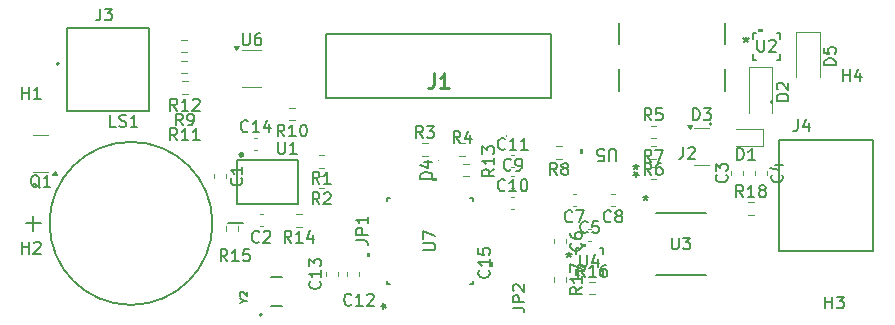
<source format=gbr>
%TF.GenerationSoftware,KiCad,Pcbnew,9.0.4*%
%TF.CreationDate,2026-02-27T16:14:11-07:00*%
%TF.ProjectId,Ashurs PCB,41736875-7273-4205-9043-422e6b696361,rev?*%
%TF.SameCoordinates,Original*%
%TF.FileFunction,Legend,Top*%
%TF.FilePolarity,Positive*%
%FSLAX46Y46*%
G04 Gerber Fmt 4.6, Leading zero omitted, Abs format (unit mm)*
G04 Created by KiCad (PCBNEW 9.0.4) date 2026-02-27 16:14:11*
%MOMM*%
%LPD*%
G01*
G04 APERTURE LIST*
%ADD10C,0.150000*%
%ADD11C,0.254000*%
%ADD12C,0.120000*%
%ADD13C,0.127000*%
%ADD14C,0.304800*%
%ADD15C,0.100000*%
%ADD16C,0.200000*%
%ADD17C,0.152400*%
%ADD18C,0.000000*%
G04 APERTURE END LIST*
D10*
X208532142Y-52774819D02*
X208198809Y-52298628D01*
X207960714Y-52774819D02*
X207960714Y-51774819D01*
X207960714Y-51774819D02*
X208341666Y-51774819D01*
X208341666Y-51774819D02*
X208436904Y-51822438D01*
X208436904Y-51822438D02*
X208484523Y-51870057D01*
X208484523Y-51870057D02*
X208532142Y-51965295D01*
X208532142Y-51965295D02*
X208532142Y-52108152D01*
X208532142Y-52108152D02*
X208484523Y-52203390D01*
X208484523Y-52203390D02*
X208436904Y-52251009D01*
X208436904Y-52251009D02*
X208341666Y-52298628D01*
X208341666Y-52298628D02*
X207960714Y-52298628D01*
X209484523Y-52774819D02*
X208913095Y-52774819D01*
X209198809Y-52774819D02*
X209198809Y-51774819D01*
X209198809Y-51774819D02*
X209103571Y-51917676D01*
X209103571Y-51917676D02*
X209008333Y-52012914D01*
X209008333Y-52012914D02*
X208913095Y-52060533D01*
X210055952Y-52203390D02*
X209960714Y-52155771D01*
X209960714Y-52155771D02*
X209913095Y-52108152D01*
X209913095Y-52108152D02*
X209865476Y-52012914D01*
X209865476Y-52012914D02*
X209865476Y-51965295D01*
X209865476Y-51965295D02*
X209913095Y-51870057D01*
X209913095Y-51870057D02*
X209960714Y-51822438D01*
X209960714Y-51822438D02*
X210055952Y-51774819D01*
X210055952Y-51774819D02*
X210246428Y-51774819D01*
X210246428Y-51774819D02*
X210341666Y-51822438D01*
X210341666Y-51822438D02*
X210389285Y-51870057D01*
X210389285Y-51870057D02*
X210436904Y-51965295D01*
X210436904Y-51965295D02*
X210436904Y-52012914D01*
X210436904Y-52012914D02*
X210389285Y-52108152D01*
X210389285Y-52108152D02*
X210341666Y-52155771D01*
X210341666Y-52155771D02*
X210246428Y-52203390D01*
X210246428Y-52203390D02*
X210055952Y-52203390D01*
X210055952Y-52203390D02*
X209960714Y-52251009D01*
X209960714Y-52251009D02*
X209913095Y-52298628D01*
X209913095Y-52298628D02*
X209865476Y-52393866D01*
X209865476Y-52393866D02*
X209865476Y-52584342D01*
X209865476Y-52584342D02*
X209913095Y-52679580D01*
X209913095Y-52679580D02*
X209960714Y-52727200D01*
X209960714Y-52727200D02*
X210055952Y-52774819D01*
X210055952Y-52774819D02*
X210246428Y-52774819D01*
X210246428Y-52774819D02*
X210341666Y-52727200D01*
X210341666Y-52727200D02*
X210389285Y-52679580D01*
X210389285Y-52679580D02*
X210436904Y-52584342D01*
X210436904Y-52584342D02*
X210436904Y-52393866D01*
X210436904Y-52393866D02*
X210389285Y-52298628D01*
X210389285Y-52298628D02*
X210341666Y-52251009D01*
X210341666Y-52251009D02*
X210246428Y-52203390D01*
X207109580Y-50891666D02*
X207157200Y-50939285D01*
X207157200Y-50939285D02*
X207204819Y-51082142D01*
X207204819Y-51082142D02*
X207204819Y-51177380D01*
X207204819Y-51177380D02*
X207157200Y-51320237D01*
X207157200Y-51320237D02*
X207061961Y-51415475D01*
X207061961Y-51415475D02*
X206966723Y-51463094D01*
X206966723Y-51463094D02*
X206776247Y-51510713D01*
X206776247Y-51510713D02*
X206633390Y-51510713D01*
X206633390Y-51510713D02*
X206442914Y-51463094D01*
X206442914Y-51463094D02*
X206347676Y-51415475D01*
X206347676Y-51415475D02*
X206252438Y-51320237D01*
X206252438Y-51320237D02*
X206204819Y-51177380D01*
X206204819Y-51177380D02*
X206204819Y-51082142D01*
X206204819Y-51082142D02*
X206252438Y-50939285D01*
X206252438Y-50939285D02*
X206300057Y-50891666D01*
X206204819Y-50558332D02*
X206204819Y-49939285D01*
X206204819Y-49939285D02*
X206585771Y-50272618D01*
X206585771Y-50272618D02*
X206585771Y-50129761D01*
X206585771Y-50129761D02*
X206633390Y-50034523D01*
X206633390Y-50034523D02*
X206681009Y-49986904D01*
X206681009Y-49986904D02*
X206776247Y-49939285D01*
X206776247Y-49939285D02*
X207014342Y-49939285D01*
X207014342Y-49939285D02*
X207109580Y-49986904D01*
X207109580Y-49986904D02*
X207157200Y-50034523D01*
X207157200Y-50034523D02*
X207204819Y-50129761D01*
X207204819Y-50129761D02*
X207204819Y-50415475D01*
X207204819Y-50415475D02*
X207157200Y-50510713D01*
X207157200Y-50510713D02*
X207109580Y-50558332D01*
X169164017Y-48116428D02*
X169164017Y-48926767D01*
X169164017Y-48926767D02*
X169211684Y-49022101D01*
X169211684Y-49022101D02*
X169259351Y-49069769D01*
X169259351Y-49069769D02*
X169354685Y-49117436D01*
X169354685Y-49117436D02*
X169545353Y-49117436D01*
X169545353Y-49117436D02*
X169640687Y-49069769D01*
X169640687Y-49069769D02*
X169688354Y-49022101D01*
X169688354Y-49022101D02*
X169736021Y-48926767D01*
X169736021Y-48926767D02*
X169736021Y-48116428D01*
X170737029Y-49117436D02*
X170165025Y-49117436D01*
X170451027Y-49117436D02*
X170451027Y-48116428D01*
X170451027Y-48116428D02*
X170355693Y-48259429D01*
X170355693Y-48259429D02*
X170260359Y-48354763D01*
X170260359Y-48354763D02*
X170165025Y-48402430D01*
X147488095Y-57554819D02*
X147488095Y-56554819D01*
X147488095Y-57031009D02*
X148059523Y-57031009D01*
X148059523Y-57554819D02*
X148059523Y-56554819D01*
X148488095Y-56650057D02*
X148535714Y-56602438D01*
X148535714Y-56602438D02*
X148630952Y-56554819D01*
X148630952Y-56554819D02*
X148869047Y-56554819D01*
X148869047Y-56554819D02*
X148964285Y-56602438D01*
X148964285Y-56602438D02*
X149011904Y-56650057D01*
X149011904Y-56650057D02*
X149059523Y-56745295D01*
X149059523Y-56745295D02*
X149059523Y-56840533D01*
X149059523Y-56840533D02*
X149011904Y-56983390D01*
X149011904Y-56983390D02*
X148440476Y-57554819D01*
X148440476Y-57554819D02*
X149059523Y-57554819D01*
X186997030Y-58976848D02*
X187044650Y-59024467D01*
X187044650Y-59024467D02*
X187092269Y-59167324D01*
X187092269Y-59167324D02*
X187092269Y-59262562D01*
X187092269Y-59262562D02*
X187044650Y-59405419D01*
X187044650Y-59405419D02*
X186949411Y-59500657D01*
X186949411Y-59500657D02*
X186854173Y-59548276D01*
X186854173Y-59548276D02*
X186663697Y-59595895D01*
X186663697Y-59595895D02*
X186520840Y-59595895D01*
X186520840Y-59595895D02*
X186330364Y-59548276D01*
X186330364Y-59548276D02*
X186235126Y-59500657D01*
X186235126Y-59500657D02*
X186139888Y-59405419D01*
X186139888Y-59405419D02*
X186092269Y-59262562D01*
X186092269Y-59262562D02*
X186092269Y-59167324D01*
X186092269Y-59167324D02*
X186139888Y-59024467D01*
X186139888Y-59024467D02*
X186187507Y-58976848D01*
X187092269Y-58024467D02*
X187092269Y-58595895D01*
X187092269Y-58310181D02*
X186092269Y-58310181D01*
X186092269Y-58310181D02*
X186235126Y-58405419D01*
X186235126Y-58405419D02*
X186330364Y-58500657D01*
X186330364Y-58500657D02*
X186377983Y-58595895D01*
X186092269Y-57119705D02*
X186092269Y-57595895D01*
X186092269Y-57595895D02*
X186568459Y-57643514D01*
X186568459Y-57643514D02*
X186520840Y-57595895D01*
X186520840Y-57595895D02*
X186473221Y-57500657D01*
X186473221Y-57500657D02*
X186473221Y-57262562D01*
X186473221Y-57262562D02*
X186520840Y-57167324D01*
X186520840Y-57167324D02*
X186568459Y-57119705D01*
X186568459Y-57119705D02*
X186663697Y-57072086D01*
X186663697Y-57072086D02*
X186901792Y-57072086D01*
X186901792Y-57072086D02*
X186997030Y-57119705D01*
X186997030Y-57119705D02*
X187044650Y-57167324D01*
X187044650Y-57167324D02*
X187092269Y-57262562D01*
X187092269Y-57262562D02*
X187092269Y-57500657D01*
X187092269Y-57500657D02*
X187044650Y-57595895D01*
X187044650Y-57595895D02*
X186997030Y-57643514D01*
X194884819Y-60392857D02*
X194408628Y-60726190D01*
X194884819Y-60964285D02*
X193884819Y-60964285D01*
X193884819Y-60964285D02*
X193884819Y-60583333D01*
X193884819Y-60583333D02*
X193932438Y-60488095D01*
X193932438Y-60488095D02*
X193980057Y-60440476D01*
X193980057Y-60440476D02*
X194075295Y-60392857D01*
X194075295Y-60392857D02*
X194218152Y-60392857D01*
X194218152Y-60392857D02*
X194313390Y-60440476D01*
X194313390Y-60440476D02*
X194361009Y-60488095D01*
X194361009Y-60488095D02*
X194408628Y-60583333D01*
X194408628Y-60583333D02*
X194408628Y-60964285D01*
X194884819Y-59440476D02*
X194884819Y-60011904D01*
X194884819Y-59726190D02*
X193884819Y-59726190D01*
X193884819Y-59726190D02*
X194027676Y-59821428D01*
X194027676Y-59821428D02*
X194122914Y-59916666D01*
X194122914Y-59916666D02*
X194170533Y-60011904D01*
X193884819Y-59107142D02*
X193884819Y-58440476D01*
X193884819Y-58440476D02*
X194884819Y-58869047D01*
X182204819Y-51238094D02*
X181204819Y-51238094D01*
X181204819Y-51238094D02*
X181204819Y-50999999D01*
X181204819Y-50999999D02*
X181252438Y-50857142D01*
X181252438Y-50857142D02*
X181347676Y-50761904D01*
X181347676Y-50761904D02*
X181442914Y-50714285D01*
X181442914Y-50714285D02*
X181633390Y-50666666D01*
X181633390Y-50666666D02*
X181776247Y-50666666D01*
X181776247Y-50666666D02*
X181966723Y-50714285D01*
X181966723Y-50714285D02*
X182061961Y-50761904D01*
X182061961Y-50761904D02*
X182157200Y-50857142D01*
X182157200Y-50857142D02*
X182204819Y-50999999D01*
X182204819Y-50999999D02*
X182204819Y-51238094D01*
X181538152Y-49809523D02*
X182204819Y-49809523D01*
X181157200Y-50047618D02*
X181871485Y-50285713D01*
X181871485Y-50285713D02*
X181871485Y-49666666D01*
X154091666Y-36819819D02*
X154091666Y-37534104D01*
X154091666Y-37534104D02*
X154044047Y-37676961D01*
X154044047Y-37676961D02*
X153948809Y-37772200D01*
X153948809Y-37772200D02*
X153805952Y-37819819D01*
X153805952Y-37819819D02*
X153710714Y-37819819D01*
X154472619Y-36819819D02*
X155091666Y-36819819D01*
X155091666Y-36819819D02*
X154758333Y-37200771D01*
X154758333Y-37200771D02*
X154901190Y-37200771D01*
X154901190Y-37200771D02*
X154996428Y-37248390D01*
X154996428Y-37248390D02*
X155044047Y-37296009D01*
X155044047Y-37296009D02*
X155091666Y-37391247D01*
X155091666Y-37391247D02*
X155091666Y-37629342D01*
X155091666Y-37629342D02*
X155044047Y-37724580D01*
X155044047Y-37724580D02*
X154996428Y-37772200D01*
X154996428Y-37772200D02*
X154901190Y-37819819D01*
X154901190Y-37819819D02*
X154615476Y-37819819D01*
X154615476Y-37819819D02*
X154520238Y-37772200D01*
X154520238Y-37772200D02*
X154472619Y-37724580D01*
X160607142Y-47954819D02*
X160273809Y-47478628D01*
X160035714Y-47954819D02*
X160035714Y-46954819D01*
X160035714Y-46954819D02*
X160416666Y-46954819D01*
X160416666Y-46954819D02*
X160511904Y-47002438D01*
X160511904Y-47002438D02*
X160559523Y-47050057D01*
X160559523Y-47050057D02*
X160607142Y-47145295D01*
X160607142Y-47145295D02*
X160607142Y-47288152D01*
X160607142Y-47288152D02*
X160559523Y-47383390D01*
X160559523Y-47383390D02*
X160511904Y-47431009D01*
X160511904Y-47431009D02*
X160416666Y-47478628D01*
X160416666Y-47478628D02*
X160035714Y-47478628D01*
X161559523Y-47954819D02*
X160988095Y-47954819D01*
X161273809Y-47954819D02*
X161273809Y-46954819D01*
X161273809Y-46954819D02*
X161178571Y-47097676D01*
X161178571Y-47097676D02*
X161083333Y-47192914D01*
X161083333Y-47192914D02*
X160988095Y-47240533D01*
X162511904Y-47954819D02*
X161940476Y-47954819D01*
X162226190Y-47954819D02*
X162226190Y-46954819D01*
X162226190Y-46954819D02*
X162130952Y-47097676D01*
X162130952Y-47097676D02*
X162035714Y-47192914D01*
X162035714Y-47192914D02*
X161940476Y-47240533D01*
X215488095Y-62204819D02*
X215488095Y-61204819D01*
X215488095Y-61681009D02*
X216059523Y-61681009D01*
X216059523Y-62204819D02*
X216059523Y-61204819D01*
X216440476Y-61204819D02*
X217059523Y-61204819D01*
X217059523Y-61204819D02*
X216726190Y-61585771D01*
X216726190Y-61585771D02*
X216869047Y-61585771D01*
X216869047Y-61585771D02*
X216964285Y-61633390D01*
X216964285Y-61633390D02*
X217011904Y-61681009D01*
X217011904Y-61681009D02*
X217059523Y-61776247D01*
X217059523Y-61776247D02*
X217059523Y-62014342D01*
X217059523Y-62014342D02*
X217011904Y-62109580D01*
X217011904Y-62109580D02*
X216964285Y-62157200D01*
X216964285Y-62157200D02*
X216869047Y-62204819D01*
X216869047Y-62204819D02*
X216583333Y-62204819D01*
X216583333Y-62204819D02*
X216488095Y-62157200D01*
X216488095Y-62157200D02*
X216440476Y-62109580D01*
X189007934Y-62150705D02*
X189722219Y-62150705D01*
X189722219Y-62150705D02*
X189865076Y-62198324D01*
X189865076Y-62198324D02*
X189960315Y-62293562D01*
X189960315Y-62293562D02*
X190007934Y-62436419D01*
X190007934Y-62436419D02*
X190007934Y-62531657D01*
X190007934Y-61674514D02*
X189007934Y-61674514D01*
X189007934Y-61674514D02*
X189007934Y-61293562D01*
X189007934Y-61293562D02*
X189055553Y-61198324D01*
X189055553Y-61198324D02*
X189103172Y-61150705D01*
X189103172Y-61150705D02*
X189198410Y-61103086D01*
X189198410Y-61103086D02*
X189341267Y-61103086D01*
X189341267Y-61103086D02*
X189436505Y-61150705D01*
X189436505Y-61150705D02*
X189484124Y-61198324D01*
X189484124Y-61198324D02*
X189531743Y-61293562D01*
X189531743Y-61293562D02*
X189531743Y-61674514D01*
X189103172Y-60722133D02*
X189055553Y-60674514D01*
X189055553Y-60674514D02*
X189007934Y-60579276D01*
X189007934Y-60579276D02*
X189007934Y-60341181D01*
X189007934Y-60341181D02*
X189055553Y-60245943D01*
X189055553Y-60245943D02*
X189103172Y-60198324D01*
X189103172Y-60198324D02*
X189198410Y-60150705D01*
X189198410Y-60150705D02*
X189293648Y-60150705D01*
X189293648Y-60150705D02*
X189436505Y-60198324D01*
X189436505Y-60198324D02*
X190007934Y-60769752D01*
X190007934Y-60769752D02*
X190007934Y-60150705D01*
X160607142Y-45454819D02*
X160273809Y-44978628D01*
X160035714Y-45454819D02*
X160035714Y-44454819D01*
X160035714Y-44454819D02*
X160416666Y-44454819D01*
X160416666Y-44454819D02*
X160511904Y-44502438D01*
X160511904Y-44502438D02*
X160559523Y-44550057D01*
X160559523Y-44550057D02*
X160607142Y-44645295D01*
X160607142Y-44645295D02*
X160607142Y-44788152D01*
X160607142Y-44788152D02*
X160559523Y-44883390D01*
X160559523Y-44883390D02*
X160511904Y-44931009D01*
X160511904Y-44931009D02*
X160416666Y-44978628D01*
X160416666Y-44978628D02*
X160035714Y-44978628D01*
X161559523Y-45454819D02*
X160988095Y-45454819D01*
X161273809Y-45454819D02*
X161273809Y-44454819D01*
X161273809Y-44454819D02*
X161178571Y-44597676D01*
X161178571Y-44597676D02*
X161083333Y-44692914D01*
X161083333Y-44692914D02*
X160988095Y-44740533D01*
X161940476Y-44550057D02*
X161988095Y-44502438D01*
X161988095Y-44502438D02*
X162083333Y-44454819D01*
X162083333Y-44454819D02*
X162321428Y-44454819D01*
X162321428Y-44454819D02*
X162416666Y-44502438D01*
X162416666Y-44502438D02*
X162464285Y-44550057D01*
X162464285Y-44550057D02*
X162511904Y-44645295D01*
X162511904Y-44645295D02*
X162511904Y-44740533D01*
X162511904Y-44740533D02*
X162464285Y-44883390D01*
X162464285Y-44883390D02*
X161892857Y-45454819D01*
X161892857Y-45454819D02*
X162511904Y-45454819D01*
X192758333Y-50884819D02*
X192425000Y-50408628D01*
X192186905Y-50884819D02*
X192186905Y-49884819D01*
X192186905Y-49884819D02*
X192567857Y-49884819D01*
X192567857Y-49884819D02*
X192663095Y-49932438D01*
X192663095Y-49932438D02*
X192710714Y-49980057D01*
X192710714Y-49980057D02*
X192758333Y-50075295D01*
X192758333Y-50075295D02*
X192758333Y-50218152D01*
X192758333Y-50218152D02*
X192710714Y-50313390D01*
X192710714Y-50313390D02*
X192663095Y-50361009D01*
X192663095Y-50361009D02*
X192567857Y-50408628D01*
X192567857Y-50408628D02*
X192186905Y-50408628D01*
X193329762Y-50313390D02*
X193234524Y-50265771D01*
X193234524Y-50265771D02*
X193186905Y-50218152D01*
X193186905Y-50218152D02*
X193139286Y-50122914D01*
X193139286Y-50122914D02*
X193139286Y-50075295D01*
X193139286Y-50075295D02*
X193186905Y-49980057D01*
X193186905Y-49980057D02*
X193234524Y-49932438D01*
X193234524Y-49932438D02*
X193329762Y-49884819D01*
X193329762Y-49884819D02*
X193520238Y-49884819D01*
X193520238Y-49884819D02*
X193615476Y-49932438D01*
X193615476Y-49932438D02*
X193663095Y-49980057D01*
X193663095Y-49980057D02*
X193710714Y-50075295D01*
X193710714Y-50075295D02*
X193710714Y-50122914D01*
X193710714Y-50122914D02*
X193663095Y-50218152D01*
X193663095Y-50218152D02*
X193615476Y-50265771D01*
X193615476Y-50265771D02*
X193520238Y-50313390D01*
X193520238Y-50313390D02*
X193329762Y-50313390D01*
X193329762Y-50313390D02*
X193234524Y-50361009D01*
X193234524Y-50361009D02*
X193186905Y-50408628D01*
X193186905Y-50408628D02*
X193139286Y-50503866D01*
X193139286Y-50503866D02*
X193139286Y-50694342D01*
X193139286Y-50694342D02*
X193186905Y-50789580D01*
X193186905Y-50789580D02*
X193234524Y-50837200D01*
X193234524Y-50837200D02*
X193329762Y-50884819D01*
X193329762Y-50884819D02*
X193520238Y-50884819D01*
X193520238Y-50884819D02*
X193615476Y-50837200D01*
X193615476Y-50837200D02*
X193663095Y-50789580D01*
X193663095Y-50789580D02*
X193710714Y-50694342D01*
X193710714Y-50694342D02*
X193710714Y-50503866D01*
X193710714Y-50503866D02*
X193663095Y-50408628D01*
X193663095Y-50408628D02*
X193615476Y-50361009D01*
X193615476Y-50361009D02*
X193520238Y-50313390D01*
X209738095Y-39454819D02*
X209738095Y-40264342D01*
X209738095Y-40264342D02*
X209785714Y-40359580D01*
X209785714Y-40359580D02*
X209833333Y-40407200D01*
X209833333Y-40407200D02*
X209928571Y-40454819D01*
X209928571Y-40454819D02*
X210119047Y-40454819D01*
X210119047Y-40454819D02*
X210214285Y-40407200D01*
X210214285Y-40407200D02*
X210261904Y-40359580D01*
X210261904Y-40359580D02*
X210309523Y-40264342D01*
X210309523Y-40264342D02*
X210309523Y-39454819D01*
X210738095Y-39550057D02*
X210785714Y-39502438D01*
X210785714Y-39502438D02*
X210880952Y-39454819D01*
X210880952Y-39454819D02*
X211119047Y-39454819D01*
X211119047Y-39454819D02*
X211214285Y-39502438D01*
X211214285Y-39502438D02*
X211261904Y-39550057D01*
X211261904Y-39550057D02*
X211309523Y-39645295D01*
X211309523Y-39645295D02*
X211309523Y-39740533D01*
X211309523Y-39740533D02*
X211261904Y-39883390D01*
X211261904Y-39883390D02*
X210690476Y-40454819D01*
X210690476Y-40454819D02*
X211309523Y-40454819D01*
X208785500Y-39204819D02*
X208785500Y-39442914D01*
X208547405Y-39347676D02*
X208785500Y-39442914D01*
X208785500Y-39442914D02*
X209023595Y-39347676D01*
X208642643Y-39633390D02*
X208785500Y-39442914D01*
X208785500Y-39442914D02*
X208928357Y-39633390D01*
X208785500Y-39204819D02*
X208785500Y-39442914D01*
X208547405Y-39347676D02*
X208785500Y-39442914D01*
X208785500Y-39442914D02*
X209023595Y-39347676D01*
X208642643Y-39633390D02*
X208785500Y-39442914D01*
X208785500Y-39442914D02*
X208928357Y-39633390D01*
X170282142Y-56634819D02*
X169948809Y-56158628D01*
X169710714Y-56634819D02*
X169710714Y-55634819D01*
X169710714Y-55634819D02*
X170091666Y-55634819D01*
X170091666Y-55634819D02*
X170186904Y-55682438D01*
X170186904Y-55682438D02*
X170234523Y-55730057D01*
X170234523Y-55730057D02*
X170282142Y-55825295D01*
X170282142Y-55825295D02*
X170282142Y-55968152D01*
X170282142Y-55968152D02*
X170234523Y-56063390D01*
X170234523Y-56063390D02*
X170186904Y-56111009D01*
X170186904Y-56111009D02*
X170091666Y-56158628D01*
X170091666Y-56158628D02*
X169710714Y-56158628D01*
X171234523Y-56634819D02*
X170663095Y-56634819D01*
X170948809Y-56634819D02*
X170948809Y-55634819D01*
X170948809Y-55634819D02*
X170853571Y-55777676D01*
X170853571Y-55777676D02*
X170758333Y-55872914D01*
X170758333Y-55872914D02*
X170663095Y-55920533D01*
X172091666Y-55968152D02*
X172091666Y-56634819D01*
X171853571Y-55587200D02*
X171615476Y-56301485D01*
X171615476Y-56301485D02*
X172234523Y-56301485D01*
X211789580Y-50891666D02*
X211837200Y-50939285D01*
X211837200Y-50939285D02*
X211884819Y-51082142D01*
X211884819Y-51082142D02*
X211884819Y-51177380D01*
X211884819Y-51177380D02*
X211837200Y-51320237D01*
X211837200Y-51320237D02*
X211741961Y-51415475D01*
X211741961Y-51415475D02*
X211646723Y-51463094D01*
X211646723Y-51463094D02*
X211456247Y-51510713D01*
X211456247Y-51510713D02*
X211313390Y-51510713D01*
X211313390Y-51510713D02*
X211122914Y-51463094D01*
X211122914Y-51463094D02*
X211027676Y-51415475D01*
X211027676Y-51415475D02*
X210932438Y-51320237D01*
X210932438Y-51320237D02*
X210884819Y-51177380D01*
X210884819Y-51177380D02*
X210884819Y-51082142D01*
X210884819Y-51082142D02*
X210932438Y-50939285D01*
X210932438Y-50939285D02*
X210980057Y-50891666D01*
X211218152Y-50034523D02*
X211884819Y-50034523D01*
X210837200Y-50272618D02*
X211551485Y-50510713D01*
X211551485Y-50510713D02*
X211551485Y-49891666D01*
X169682142Y-47634819D02*
X169348809Y-47158628D01*
X169110714Y-47634819D02*
X169110714Y-46634819D01*
X169110714Y-46634819D02*
X169491666Y-46634819D01*
X169491666Y-46634819D02*
X169586904Y-46682438D01*
X169586904Y-46682438D02*
X169634523Y-46730057D01*
X169634523Y-46730057D02*
X169682142Y-46825295D01*
X169682142Y-46825295D02*
X169682142Y-46968152D01*
X169682142Y-46968152D02*
X169634523Y-47063390D01*
X169634523Y-47063390D02*
X169586904Y-47111009D01*
X169586904Y-47111009D02*
X169491666Y-47158628D01*
X169491666Y-47158628D02*
X169110714Y-47158628D01*
X170634523Y-47634819D02*
X170063095Y-47634819D01*
X170348809Y-47634819D02*
X170348809Y-46634819D01*
X170348809Y-46634819D02*
X170253571Y-46777676D01*
X170253571Y-46777676D02*
X170158333Y-46872914D01*
X170158333Y-46872914D02*
X170063095Y-46920533D01*
X171253571Y-46634819D02*
X171348809Y-46634819D01*
X171348809Y-46634819D02*
X171444047Y-46682438D01*
X171444047Y-46682438D02*
X171491666Y-46730057D01*
X171491666Y-46730057D02*
X171539285Y-46825295D01*
X171539285Y-46825295D02*
X171586904Y-47015771D01*
X171586904Y-47015771D02*
X171586904Y-47253866D01*
X171586904Y-47253866D02*
X171539285Y-47444342D01*
X171539285Y-47444342D02*
X171491666Y-47539580D01*
X171491666Y-47539580D02*
X171444047Y-47587200D01*
X171444047Y-47587200D02*
X171348809Y-47634819D01*
X171348809Y-47634819D02*
X171253571Y-47634819D01*
X171253571Y-47634819D02*
X171158333Y-47587200D01*
X171158333Y-47587200D02*
X171110714Y-47539580D01*
X171110714Y-47539580D02*
X171063095Y-47444342D01*
X171063095Y-47444342D02*
X171015476Y-47253866D01*
X171015476Y-47253866D02*
X171015476Y-47015771D01*
X171015476Y-47015771D02*
X171063095Y-46825295D01*
X171063095Y-46825295D02*
X171110714Y-46730057D01*
X171110714Y-46730057D02*
X171158333Y-46682438D01*
X171158333Y-46682438D02*
X171253571Y-46634819D01*
X166233514Y-61554761D02*
X166538276Y-61554761D01*
X165898276Y-61768094D02*
X166233514Y-61554761D01*
X166233514Y-61554761D02*
X165898276Y-61341427D01*
X165959228Y-61158571D02*
X165928752Y-61128095D01*
X165928752Y-61128095D02*
X165898276Y-61067142D01*
X165898276Y-61067142D02*
X165898276Y-60914761D01*
X165898276Y-60914761D02*
X165928752Y-60853809D01*
X165928752Y-60853809D02*
X165959228Y-60823333D01*
X165959228Y-60823333D02*
X166020180Y-60792856D01*
X166020180Y-60792856D02*
X166081133Y-60792856D01*
X166081133Y-60792856D02*
X166172561Y-60823333D01*
X166172561Y-60823333D02*
X166538276Y-61189047D01*
X166538276Y-61189047D02*
X166538276Y-60792856D01*
X175357142Y-61859580D02*
X175309523Y-61907200D01*
X175309523Y-61907200D02*
X175166666Y-61954819D01*
X175166666Y-61954819D02*
X175071428Y-61954819D01*
X175071428Y-61954819D02*
X174928571Y-61907200D01*
X174928571Y-61907200D02*
X174833333Y-61811961D01*
X174833333Y-61811961D02*
X174785714Y-61716723D01*
X174785714Y-61716723D02*
X174738095Y-61526247D01*
X174738095Y-61526247D02*
X174738095Y-61383390D01*
X174738095Y-61383390D02*
X174785714Y-61192914D01*
X174785714Y-61192914D02*
X174833333Y-61097676D01*
X174833333Y-61097676D02*
X174928571Y-61002438D01*
X174928571Y-61002438D02*
X175071428Y-60954819D01*
X175071428Y-60954819D02*
X175166666Y-60954819D01*
X175166666Y-60954819D02*
X175309523Y-61002438D01*
X175309523Y-61002438D02*
X175357142Y-61050057D01*
X176309523Y-61954819D02*
X175738095Y-61954819D01*
X176023809Y-61954819D02*
X176023809Y-60954819D01*
X176023809Y-60954819D02*
X175928571Y-61097676D01*
X175928571Y-61097676D02*
X175833333Y-61192914D01*
X175833333Y-61192914D02*
X175738095Y-61240533D01*
X176690476Y-61050057D02*
X176738095Y-61002438D01*
X176738095Y-61002438D02*
X176833333Y-60954819D01*
X176833333Y-60954819D02*
X177071428Y-60954819D01*
X177071428Y-60954819D02*
X177166666Y-61002438D01*
X177166666Y-61002438D02*
X177214285Y-61050057D01*
X177214285Y-61050057D02*
X177261904Y-61145295D01*
X177261904Y-61145295D02*
X177261904Y-61240533D01*
X177261904Y-61240533D02*
X177214285Y-61383390D01*
X177214285Y-61383390D02*
X176642857Y-61954819D01*
X176642857Y-61954819D02*
X177261904Y-61954819D01*
X194058333Y-54815580D02*
X194010714Y-54863200D01*
X194010714Y-54863200D02*
X193867857Y-54910819D01*
X193867857Y-54910819D02*
X193772619Y-54910819D01*
X193772619Y-54910819D02*
X193629762Y-54863200D01*
X193629762Y-54863200D02*
X193534524Y-54767961D01*
X193534524Y-54767961D02*
X193486905Y-54672723D01*
X193486905Y-54672723D02*
X193439286Y-54482247D01*
X193439286Y-54482247D02*
X193439286Y-54339390D01*
X193439286Y-54339390D02*
X193486905Y-54148914D01*
X193486905Y-54148914D02*
X193534524Y-54053676D01*
X193534524Y-54053676D02*
X193629762Y-53958438D01*
X193629762Y-53958438D02*
X193772619Y-53910819D01*
X193772619Y-53910819D02*
X193867857Y-53910819D01*
X193867857Y-53910819D02*
X194010714Y-53958438D01*
X194010714Y-53958438D02*
X194058333Y-54006057D01*
X194391667Y-53910819D02*
X195058333Y-53910819D01*
X195058333Y-53910819D02*
X194629762Y-54910819D01*
D11*
X182326667Y-42304318D02*
X182326667Y-43211461D01*
X182326667Y-43211461D02*
X182266190Y-43392889D01*
X182266190Y-43392889D02*
X182145238Y-43513842D01*
X182145238Y-43513842D02*
X181963809Y-43574318D01*
X181963809Y-43574318D02*
X181842857Y-43574318D01*
X183596667Y-43574318D02*
X182870952Y-43574318D01*
X183233809Y-43574318D02*
X183233809Y-42304318D01*
X183233809Y-42304318D02*
X183112857Y-42485746D01*
X183112857Y-42485746D02*
X182991905Y-42606699D01*
X182991905Y-42606699D02*
X182870952Y-42667175D01*
D10*
X181454819Y-57261904D02*
X182264342Y-57261904D01*
X182264342Y-57261904D02*
X182359580Y-57214285D01*
X182359580Y-57214285D02*
X182407200Y-57166666D01*
X182407200Y-57166666D02*
X182454819Y-57071428D01*
X182454819Y-57071428D02*
X182454819Y-56880952D01*
X182454819Y-56880952D02*
X182407200Y-56785714D01*
X182407200Y-56785714D02*
X182359580Y-56738095D01*
X182359580Y-56738095D02*
X182264342Y-56690476D01*
X182264342Y-56690476D02*
X181454819Y-56690476D01*
X181454819Y-56309523D02*
X181454819Y-55642857D01*
X181454819Y-55642857D02*
X182454819Y-56071428D01*
X177873819Y-61986399D02*
X178111914Y-61986399D01*
X178016676Y-62224494D02*
X178111914Y-61986399D01*
X178111914Y-61986399D02*
X178016676Y-61748304D01*
X178302390Y-62129256D02*
X178111914Y-61986399D01*
X178111914Y-61986399D02*
X178302390Y-61843542D01*
X177873819Y-61986399D02*
X178111914Y-61986399D01*
X178016676Y-62224494D02*
X178111914Y-61986399D01*
X178111914Y-61986399D02*
X178016676Y-61748304D01*
X178302390Y-62129256D02*
X178111914Y-61986399D01*
X178111914Y-61986399D02*
X178302390Y-61843542D01*
X166168095Y-38919819D02*
X166168095Y-39729342D01*
X166168095Y-39729342D02*
X166215714Y-39824580D01*
X166215714Y-39824580D02*
X166263333Y-39872200D01*
X166263333Y-39872200D02*
X166358571Y-39919819D01*
X166358571Y-39919819D02*
X166549047Y-39919819D01*
X166549047Y-39919819D02*
X166644285Y-39872200D01*
X166644285Y-39872200D02*
X166691904Y-39824580D01*
X166691904Y-39824580D02*
X166739523Y-39729342D01*
X166739523Y-39729342D02*
X166739523Y-38919819D01*
X167644285Y-38919819D02*
X167453809Y-38919819D01*
X167453809Y-38919819D02*
X167358571Y-38967438D01*
X167358571Y-38967438D02*
X167310952Y-39015057D01*
X167310952Y-39015057D02*
X167215714Y-39157914D01*
X167215714Y-39157914D02*
X167168095Y-39348390D01*
X167168095Y-39348390D02*
X167168095Y-39729342D01*
X167168095Y-39729342D02*
X167215714Y-39824580D01*
X167215714Y-39824580D02*
X167263333Y-39872200D01*
X167263333Y-39872200D02*
X167358571Y-39919819D01*
X167358571Y-39919819D02*
X167549047Y-39919819D01*
X167549047Y-39919819D02*
X167644285Y-39872200D01*
X167644285Y-39872200D02*
X167691904Y-39824580D01*
X167691904Y-39824580D02*
X167739523Y-39729342D01*
X167739523Y-39729342D02*
X167739523Y-39491247D01*
X167739523Y-39491247D02*
X167691904Y-39396009D01*
X167691904Y-39396009D02*
X167644285Y-39348390D01*
X167644285Y-39348390D02*
X167549047Y-39300771D01*
X167549047Y-39300771D02*
X167358571Y-39300771D01*
X167358571Y-39300771D02*
X167263333Y-39348390D01*
X167263333Y-39348390D02*
X167215714Y-39396009D01*
X167215714Y-39396009D02*
X167168095Y-39491247D01*
X197333333Y-54815580D02*
X197285714Y-54863200D01*
X197285714Y-54863200D02*
X197142857Y-54910819D01*
X197142857Y-54910819D02*
X197047619Y-54910819D01*
X197047619Y-54910819D02*
X196904762Y-54863200D01*
X196904762Y-54863200D02*
X196809524Y-54767961D01*
X196809524Y-54767961D02*
X196761905Y-54672723D01*
X196761905Y-54672723D02*
X196714286Y-54482247D01*
X196714286Y-54482247D02*
X196714286Y-54339390D01*
X196714286Y-54339390D02*
X196761905Y-54148914D01*
X196761905Y-54148914D02*
X196809524Y-54053676D01*
X196809524Y-54053676D02*
X196904762Y-53958438D01*
X196904762Y-53958438D02*
X197047619Y-53910819D01*
X197047619Y-53910819D02*
X197142857Y-53910819D01*
X197142857Y-53910819D02*
X197285714Y-53958438D01*
X197285714Y-53958438D02*
X197333333Y-54006057D01*
X197904762Y-54339390D02*
X197809524Y-54291771D01*
X197809524Y-54291771D02*
X197761905Y-54244152D01*
X197761905Y-54244152D02*
X197714286Y-54148914D01*
X197714286Y-54148914D02*
X197714286Y-54101295D01*
X197714286Y-54101295D02*
X197761905Y-54006057D01*
X197761905Y-54006057D02*
X197809524Y-53958438D01*
X197809524Y-53958438D02*
X197904762Y-53910819D01*
X197904762Y-53910819D02*
X198095238Y-53910819D01*
X198095238Y-53910819D02*
X198190476Y-53958438D01*
X198190476Y-53958438D02*
X198238095Y-54006057D01*
X198238095Y-54006057D02*
X198285714Y-54101295D01*
X198285714Y-54101295D02*
X198285714Y-54148914D01*
X198285714Y-54148914D02*
X198238095Y-54244152D01*
X198238095Y-54244152D02*
X198190476Y-54291771D01*
X198190476Y-54291771D02*
X198095238Y-54339390D01*
X198095238Y-54339390D02*
X197904762Y-54339390D01*
X197904762Y-54339390D02*
X197809524Y-54387009D01*
X197809524Y-54387009D02*
X197761905Y-54434628D01*
X197761905Y-54434628D02*
X197714286Y-54529866D01*
X197714286Y-54529866D02*
X197714286Y-54720342D01*
X197714286Y-54720342D02*
X197761905Y-54815580D01*
X197761905Y-54815580D02*
X197809524Y-54863200D01*
X197809524Y-54863200D02*
X197904762Y-54910819D01*
X197904762Y-54910819D02*
X198095238Y-54910819D01*
X198095238Y-54910819D02*
X198190476Y-54863200D01*
X198190476Y-54863200D02*
X198238095Y-54815580D01*
X198238095Y-54815580D02*
X198285714Y-54720342D01*
X198285714Y-54720342D02*
X198285714Y-54529866D01*
X198285714Y-54529866D02*
X198238095Y-54434628D01*
X198238095Y-54434628D02*
X198190476Y-54387009D01*
X198190476Y-54387009D02*
X198095238Y-54339390D01*
X200758333Y-50884819D02*
X200425000Y-50408628D01*
X200186905Y-50884819D02*
X200186905Y-49884819D01*
X200186905Y-49884819D02*
X200567857Y-49884819D01*
X200567857Y-49884819D02*
X200663095Y-49932438D01*
X200663095Y-49932438D02*
X200710714Y-49980057D01*
X200710714Y-49980057D02*
X200758333Y-50075295D01*
X200758333Y-50075295D02*
X200758333Y-50218152D01*
X200758333Y-50218152D02*
X200710714Y-50313390D01*
X200710714Y-50313390D02*
X200663095Y-50361009D01*
X200663095Y-50361009D02*
X200567857Y-50408628D01*
X200567857Y-50408628D02*
X200186905Y-50408628D01*
X201615476Y-49884819D02*
X201425000Y-49884819D01*
X201425000Y-49884819D02*
X201329762Y-49932438D01*
X201329762Y-49932438D02*
X201282143Y-49980057D01*
X201282143Y-49980057D02*
X201186905Y-50122914D01*
X201186905Y-50122914D02*
X201139286Y-50313390D01*
X201139286Y-50313390D02*
X201139286Y-50694342D01*
X201139286Y-50694342D02*
X201186905Y-50789580D01*
X201186905Y-50789580D02*
X201234524Y-50837200D01*
X201234524Y-50837200D02*
X201329762Y-50884819D01*
X201329762Y-50884819D02*
X201520238Y-50884819D01*
X201520238Y-50884819D02*
X201615476Y-50837200D01*
X201615476Y-50837200D02*
X201663095Y-50789580D01*
X201663095Y-50789580D02*
X201710714Y-50694342D01*
X201710714Y-50694342D02*
X201710714Y-50456247D01*
X201710714Y-50456247D02*
X201663095Y-50361009D01*
X201663095Y-50361009D02*
X201615476Y-50313390D01*
X201615476Y-50313390D02*
X201520238Y-50265771D01*
X201520238Y-50265771D02*
X201329762Y-50265771D01*
X201329762Y-50265771D02*
X201234524Y-50313390D01*
X201234524Y-50313390D02*
X201186905Y-50361009D01*
X201186905Y-50361009D02*
X201139286Y-50456247D01*
X167558333Y-56539580D02*
X167510714Y-56587200D01*
X167510714Y-56587200D02*
X167367857Y-56634819D01*
X167367857Y-56634819D02*
X167272619Y-56634819D01*
X167272619Y-56634819D02*
X167129762Y-56587200D01*
X167129762Y-56587200D02*
X167034524Y-56491961D01*
X167034524Y-56491961D02*
X166986905Y-56396723D01*
X166986905Y-56396723D02*
X166939286Y-56206247D01*
X166939286Y-56206247D02*
X166939286Y-56063390D01*
X166939286Y-56063390D02*
X166986905Y-55872914D01*
X166986905Y-55872914D02*
X167034524Y-55777676D01*
X167034524Y-55777676D02*
X167129762Y-55682438D01*
X167129762Y-55682438D02*
X167272619Y-55634819D01*
X167272619Y-55634819D02*
X167367857Y-55634819D01*
X167367857Y-55634819D02*
X167510714Y-55682438D01*
X167510714Y-55682438D02*
X167558333Y-55730057D01*
X167939286Y-55730057D02*
X167986905Y-55682438D01*
X167986905Y-55682438D02*
X168082143Y-55634819D01*
X168082143Y-55634819D02*
X168320238Y-55634819D01*
X168320238Y-55634819D02*
X168415476Y-55682438D01*
X168415476Y-55682438D02*
X168463095Y-55730057D01*
X168463095Y-55730057D02*
X168510714Y-55825295D01*
X168510714Y-55825295D02*
X168510714Y-55920533D01*
X168510714Y-55920533D02*
X168463095Y-56063390D01*
X168463095Y-56063390D02*
X167891667Y-56634819D01*
X167891667Y-56634819D02*
X168510714Y-56634819D01*
X175754819Y-56433333D02*
X176469104Y-56433333D01*
X176469104Y-56433333D02*
X176611961Y-56480952D01*
X176611961Y-56480952D02*
X176707200Y-56576190D01*
X176707200Y-56576190D02*
X176754819Y-56719047D01*
X176754819Y-56719047D02*
X176754819Y-56814285D01*
X176754819Y-55957142D02*
X175754819Y-55957142D01*
X175754819Y-55957142D02*
X175754819Y-55576190D01*
X175754819Y-55576190D02*
X175802438Y-55480952D01*
X175802438Y-55480952D02*
X175850057Y-55433333D01*
X175850057Y-55433333D02*
X175945295Y-55385714D01*
X175945295Y-55385714D02*
X176088152Y-55385714D01*
X176088152Y-55385714D02*
X176183390Y-55433333D01*
X176183390Y-55433333D02*
X176231009Y-55480952D01*
X176231009Y-55480952D02*
X176278628Y-55576190D01*
X176278628Y-55576190D02*
X176278628Y-55957142D01*
X176754819Y-54433333D02*
X176754819Y-55004761D01*
X176754819Y-54719047D02*
X175754819Y-54719047D01*
X175754819Y-54719047D02*
X175897676Y-54814285D01*
X175897676Y-54814285D02*
X175992914Y-54909523D01*
X175992914Y-54909523D02*
X176040533Y-55004761D01*
X166039580Y-51166666D02*
X166087200Y-51214285D01*
X166087200Y-51214285D02*
X166134819Y-51357142D01*
X166134819Y-51357142D02*
X166134819Y-51452380D01*
X166134819Y-51452380D02*
X166087200Y-51595237D01*
X166087200Y-51595237D02*
X165991961Y-51690475D01*
X165991961Y-51690475D02*
X165896723Y-51738094D01*
X165896723Y-51738094D02*
X165706247Y-51785713D01*
X165706247Y-51785713D02*
X165563390Y-51785713D01*
X165563390Y-51785713D02*
X165372914Y-51738094D01*
X165372914Y-51738094D02*
X165277676Y-51690475D01*
X165277676Y-51690475D02*
X165182438Y-51595237D01*
X165182438Y-51595237D02*
X165134819Y-51452380D01*
X165134819Y-51452380D02*
X165134819Y-51357142D01*
X165134819Y-51357142D02*
X165182438Y-51214285D01*
X165182438Y-51214285D02*
X165230057Y-51166666D01*
X166134819Y-50214285D02*
X166134819Y-50785713D01*
X166134819Y-50499999D02*
X165134819Y-50499999D01*
X165134819Y-50499999D02*
X165277676Y-50595237D01*
X165277676Y-50595237D02*
X165372914Y-50690475D01*
X165372914Y-50690475D02*
X165420533Y-50785713D01*
X194789580Y-56679265D02*
X194837200Y-56726884D01*
X194837200Y-56726884D02*
X194884819Y-56869741D01*
X194884819Y-56869741D02*
X194884819Y-56964979D01*
X194884819Y-56964979D02*
X194837200Y-57107836D01*
X194837200Y-57107836D02*
X194741961Y-57203074D01*
X194741961Y-57203074D02*
X194646723Y-57250693D01*
X194646723Y-57250693D02*
X194456247Y-57298312D01*
X194456247Y-57298312D02*
X194313390Y-57298312D01*
X194313390Y-57298312D02*
X194122914Y-57250693D01*
X194122914Y-57250693D02*
X194027676Y-57203074D01*
X194027676Y-57203074D02*
X193932438Y-57107836D01*
X193932438Y-57107836D02*
X193884819Y-56964979D01*
X193884819Y-56964979D02*
X193884819Y-56869741D01*
X193884819Y-56869741D02*
X193932438Y-56726884D01*
X193932438Y-56726884D02*
X193980057Y-56679265D01*
X193884819Y-55822122D02*
X193884819Y-56012598D01*
X193884819Y-56012598D02*
X193932438Y-56107836D01*
X193932438Y-56107836D02*
X193980057Y-56155455D01*
X193980057Y-56155455D02*
X194122914Y-56250693D01*
X194122914Y-56250693D02*
X194313390Y-56298312D01*
X194313390Y-56298312D02*
X194694342Y-56298312D01*
X194694342Y-56298312D02*
X194789580Y-56250693D01*
X194789580Y-56250693D02*
X194837200Y-56203074D01*
X194837200Y-56203074D02*
X194884819Y-56107836D01*
X194884819Y-56107836D02*
X194884819Y-55917360D01*
X194884819Y-55917360D02*
X194837200Y-55822122D01*
X194837200Y-55822122D02*
X194789580Y-55774503D01*
X194789580Y-55774503D02*
X194694342Y-55726884D01*
X194694342Y-55726884D02*
X194456247Y-55726884D01*
X194456247Y-55726884D02*
X194361009Y-55774503D01*
X194361009Y-55774503D02*
X194313390Y-55822122D01*
X194313390Y-55822122D02*
X194265771Y-55917360D01*
X194265771Y-55917360D02*
X194265771Y-56107836D01*
X194265771Y-56107836D02*
X194313390Y-56203074D01*
X194313390Y-56203074D02*
X194361009Y-56250693D01*
X194361009Y-56250693D02*
X194456247Y-56298312D01*
X188382142Y-48679580D02*
X188334523Y-48727200D01*
X188334523Y-48727200D02*
X188191666Y-48774819D01*
X188191666Y-48774819D02*
X188096428Y-48774819D01*
X188096428Y-48774819D02*
X187953571Y-48727200D01*
X187953571Y-48727200D02*
X187858333Y-48631961D01*
X187858333Y-48631961D02*
X187810714Y-48536723D01*
X187810714Y-48536723D02*
X187763095Y-48346247D01*
X187763095Y-48346247D02*
X187763095Y-48203390D01*
X187763095Y-48203390D02*
X187810714Y-48012914D01*
X187810714Y-48012914D02*
X187858333Y-47917676D01*
X187858333Y-47917676D02*
X187953571Y-47822438D01*
X187953571Y-47822438D02*
X188096428Y-47774819D01*
X188096428Y-47774819D02*
X188191666Y-47774819D01*
X188191666Y-47774819D02*
X188334523Y-47822438D01*
X188334523Y-47822438D02*
X188382142Y-47870057D01*
X189334523Y-48774819D02*
X188763095Y-48774819D01*
X189048809Y-48774819D02*
X189048809Y-47774819D01*
X189048809Y-47774819D02*
X188953571Y-47917676D01*
X188953571Y-47917676D02*
X188858333Y-48012914D01*
X188858333Y-48012914D02*
X188763095Y-48060533D01*
X190286904Y-48774819D02*
X189715476Y-48774819D01*
X190001190Y-48774819D02*
X190001190Y-47774819D01*
X190001190Y-47774819D02*
X189905952Y-47917676D01*
X189905952Y-47917676D02*
X189810714Y-48012914D01*
X189810714Y-48012914D02*
X189715476Y-48060533D01*
X164857142Y-58204819D02*
X164523809Y-57728628D01*
X164285714Y-58204819D02*
X164285714Y-57204819D01*
X164285714Y-57204819D02*
X164666666Y-57204819D01*
X164666666Y-57204819D02*
X164761904Y-57252438D01*
X164761904Y-57252438D02*
X164809523Y-57300057D01*
X164809523Y-57300057D02*
X164857142Y-57395295D01*
X164857142Y-57395295D02*
X164857142Y-57538152D01*
X164857142Y-57538152D02*
X164809523Y-57633390D01*
X164809523Y-57633390D02*
X164761904Y-57681009D01*
X164761904Y-57681009D02*
X164666666Y-57728628D01*
X164666666Y-57728628D02*
X164285714Y-57728628D01*
X165809523Y-58204819D02*
X165238095Y-58204819D01*
X165523809Y-58204819D02*
X165523809Y-57204819D01*
X165523809Y-57204819D02*
X165428571Y-57347676D01*
X165428571Y-57347676D02*
X165333333Y-57442914D01*
X165333333Y-57442914D02*
X165238095Y-57490533D01*
X166714285Y-57204819D02*
X166238095Y-57204819D01*
X166238095Y-57204819D02*
X166190476Y-57681009D01*
X166190476Y-57681009D02*
X166238095Y-57633390D01*
X166238095Y-57633390D02*
X166333333Y-57585771D01*
X166333333Y-57585771D02*
X166571428Y-57585771D01*
X166571428Y-57585771D02*
X166666666Y-57633390D01*
X166666666Y-57633390D02*
X166714285Y-57681009D01*
X166714285Y-57681009D02*
X166761904Y-57776247D01*
X166761904Y-57776247D02*
X166761904Y-58014342D01*
X166761904Y-58014342D02*
X166714285Y-58109580D01*
X166714285Y-58109580D02*
X166666666Y-58157200D01*
X166666666Y-58157200D02*
X166571428Y-58204819D01*
X166571428Y-58204819D02*
X166333333Y-58204819D01*
X166333333Y-58204819D02*
X166238095Y-58157200D01*
X166238095Y-58157200D02*
X166190476Y-58109580D01*
X208011905Y-49634819D02*
X208011905Y-48634819D01*
X208011905Y-48634819D02*
X208250000Y-48634819D01*
X208250000Y-48634819D02*
X208392857Y-48682438D01*
X208392857Y-48682438D02*
X208488095Y-48777676D01*
X208488095Y-48777676D02*
X208535714Y-48872914D01*
X208535714Y-48872914D02*
X208583333Y-49063390D01*
X208583333Y-49063390D02*
X208583333Y-49206247D01*
X208583333Y-49206247D02*
X208535714Y-49396723D01*
X208535714Y-49396723D02*
X208488095Y-49491961D01*
X208488095Y-49491961D02*
X208392857Y-49587200D01*
X208392857Y-49587200D02*
X208250000Y-49634819D01*
X208250000Y-49634819D02*
X208011905Y-49634819D01*
X209535714Y-49634819D02*
X208964286Y-49634819D01*
X209250000Y-49634819D02*
X209250000Y-48634819D01*
X209250000Y-48634819D02*
X209154762Y-48777676D01*
X209154762Y-48777676D02*
X209059524Y-48872914D01*
X209059524Y-48872914D02*
X208964286Y-48920533D01*
X184578244Y-48204819D02*
X184244911Y-47728628D01*
X184006816Y-48204819D02*
X184006816Y-47204819D01*
X184006816Y-47204819D02*
X184387768Y-47204819D01*
X184387768Y-47204819D02*
X184483006Y-47252438D01*
X184483006Y-47252438D02*
X184530625Y-47300057D01*
X184530625Y-47300057D02*
X184578244Y-47395295D01*
X184578244Y-47395295D02*
X184578244Y-47538152D01*
X184578244Y-47538152D02*
X184530625Y-47633390D01*
X184530625Y-47633390D02*
X184483006Y-47681009D01*
X184483006Y-47681009D02*
X184387768Y-47728628D01*
X184387768Y-47728628D02*
X184006816Y-47728628D01*
X185435387Y-47538152D02*
X185435387Y-48204819D01*
X185197292Y-47157200D02*
X184959197Y-47871485D01*
X184959197Y-47871485D02*
X185578244Y-47871485D01*
X195107142Y-59524819D02*
X194773809Y-59048628D01*
X194535714Y-59524819D02*
X194535714Y-58524819D01*
X194535714Y-58524819D02*
X194916666Y-58524819D01*
X194916666Y-58524819D02*
X195011904Y-58572438D01*
X195011904Y-58572438D02*
X195059523Y-58620057D01*
X195059523Y-58620057D02*
X195107142Y-58715295D01*
X195107142Y-58715295D02*
X195107142Y-58858152D01*
X195107142Y-58858152D02*
X195059523Y-58953390D01*
X195059523Y-58953390D02*
X195011904Y-59001009D01*
X195011904Y-59001009D02*
X194916666Y-59048628D01*
X194916666Y-59048628D02*
X194535714Y-59048628D01*
X196059523Y-59524819D02*
X195488095Y-59524819D01*
X195773809Y-59524819D02*
X195773809Y-58524819D01*
X195773809Y-58524819D02*
X195678571Y-58667676D01*
X195678571Y-58667676D02*
X195583333Y-58762914D01*
X195583333Y-58762914D02*
X195488095Y-58810533D01*
X196916666Y-58524819D02*
X196726190Y-58524819D01*
X196726190Y-58524819D02*
X196630952Y-58572438D01*
X196630952Y-58572438D02*
X196583333Y-58620057D01*
X196583333Y-58620057D02*
X196488095Y-58762914D01*
X196488095Y-58762914D02*
X196440476Y-58953390D01*
X196440476Y-58953390D02*
X196440476Y-59334342D01*
X196440476Y-59334342D02*
X196488095Y-59429580D01*
X196488095Y-59429580D02*
X196535714Y-59477200D01*
X196535714Y-59477200D02*
X196630952Y-59524819D01*
X196630952Y-59524819D02*
X196821428Y-59524819D01*
X196821428Y-59524819D02*
X196916666Y-59477200D01*
X196916666Y-59477200D02*
X196964285Y-59429580D01*
X196964285Y-59429580D02*
X197011904Y-59334342D01*
X197011904Y-59334342D02*
X197011904Y-59096247D01*
X197011904Y-59096247D02*
X196964285Y-59001009D01*
X196964285Y-59001009D02*
X196916666Y-58953390D01*
X196916666Y-58953390D02*
X196821428Y-58905771D01*
X196821428Y-58905771D02*
X196630952Y-58905771D01*
X196630952Y-58905771D02*
X196535714Y-58953390D01*
X196535714Y-58953390D02*
X196488095Y-59001009D01*
X196488095Y-59001009D02*
X196440476Y-59096247D01*
X195358333Y-55705580D02*
X195310714Y-55753200D01*
X195310714Y-55753200D02*
X195167857Y-55800819D01*
X195167857Y-55800819D02*
X195072619Y-55800819D01*
X195072619Y-55800819D02*
X194929762Y-55753200D01*
X194929762Y-55753200D02*
X194834524Y-55657961D01*
X194834524Y-55657961D02*
X194786905Y-55562723D01*
X194786905Y-55562723D02*
X194739286Y-55372247D01*
X194739286Y-55372247D02*
X194739286Y-55229390D01*
X194739286Y-55229390D02*
X194786905Y-55038914D01*
X194786905Y-55038914D02*
X194834524Y-54943676D01*
X194834524Y-54943676D02*
X194929762Y-54848438D01*
X194929762Y-54848438D02*
X195072619Y-54800819D01*
X195072619Y-54800819D02*
X195167857Y-54800819D01*
X195167857Y-54800819D02*
X195310714Y-54848438D01*
X195310714Y-54848438D02*
X195358333Y-54896057D01*
X196263095Y-54800819D02*
X195786905Y-54800819D01*
X195786905Y-54800819D02*
X195739286Y-55277009D01*
X195739286Y-55277009D02*
X195786905Y-55229390D01*
X195786905Y-55229390D02*
X195882143Y-55181771D01*
X195882143Y-55181771D02*
X196120238Y-55181771D01*
X196120238Y-55181771D02*
X196215476Y-55229390D01*
X196215476Y-55229390D02*
X196263095Y-55277009D01*
X196263095Y-55277009D02*
X196310714Y-55372247D01*
X196310714Y-55372247D02*
X196310714Y-55610342D01*
X196310714Y-55610342D02*
X196263095Y-55705580D01*
X196263095Y-55705580D02*
X196215476Y-55753200D01*
X196215476Y-55753200D02*
X196120238Y-55800819D01*
X196120238Y-55800819D02*
X195882143Y-55800819D01*
X195882143Y-55800819D02*
X195786905Y-55753200D01*
X195786905Y-55753200D02*
X195739286Y-55705580D01*
X147488095Y-44454819D02*
X147488095Y-43454819D01*
X147488095Y-43931009D02*
X148059523Y-43931009D01*
X148059523Y-44454819D02*
X148059523Y-43454819D01*
X149059523Y-44454819D02*
X148488095Y-44454819D01*
X148773809Y-44454819D02*
X148773809Y-43454819D01*
X148773809Y-43454819D02*
X148678571Y-43597676D01*
X148678571Y-43597676D02*
X148583333Y-43692914D01*
X148583333Y-43692914D02*
X148488095Y-43740533D01*
X172658333Y-53384819D02*
X172325000Y-52908628D01*
X172086905Y-53384819D02*
X172086905Y-52384819D01*
X172086905Y-52384819D02*
X172467857Y-52384819D01*
X172467857Y-52384819D02*
X172563095Y-52432438D01*
X172563095Y-52432438D02*
X172610714Y-52480057D01*
X172610714Y-52480057D02*
X172658333Y-52575295D01*
X172658333Y-52575295D02*
X172658333Y-52718152D01*
X172658333Y-52718152D02*
X172610714Y-52813390D01*
X172610714Y-52813390D02*
X172563095Y-52861009D01*
X172563095Y-52861009D02*
X172467857Y-52908628D01*
X172467857Y-52908628D02*
X172086905Y-52908628D01*
X173039286Y-52480057D02*
X173086905Y-52432438D01*
X173086905Y-52432438D02*
X173182143Y-52384819D01*
X173182143Y-52384819D02*
X173420238Y-52384819D01*
X173420238Y-52384819D02*
X173515476Y-52432438D01*
X173515476Y-52432438D02*
X173563095Y-52480057D01*
X173563095Y-52480057D02*
X173610714Y-52575295D01*
X173610714Y-52575295D02*
X173610714Y-52670533D01*
X173610714Y-52670533D02*
X173563095Y-52813390D01*
X173563095Y-52813390D02*
X172991667Y-53384819D01*
X172991667Y-53384819D02*
X173610714Y-53384819D01*
X172658333Y-51634819D02*
X172325000Y-51158628D01*
X172086905Y-51634819D02*
X172086905Y-50634819D01*
X172086905Y-50634819D02*
X172467857Y-50634819D01*
X172467857Y-50634819D02*
X172563095Y-50682438D01*
X172563095Y-50682438D02*
X172610714Y-50730057D01*
X172610714Y-50730057D02*
X172658333Y-50825295D01*
X172658333Y-50825295D02*
X172658333Y-50968152D01*
X172658333Y-50968152D02*
X172610714Y-51063390D01*
X172610714Y-51063390D02*
X172563095Y-51111009D01*
X172563095Y-51111009D02*
X172467857Y-51158628D01*
X172467857Y-51158628D02*
X172086905Y-51158628D01*
X173610714Y-51634819D02*
X173039286Y-51634819D01*
X173325000Y-51634819D02*
X173325000Y-50634819D01*
X173325000Y-50634819D02*
X173229762Y-50777676D01*
X173229762Y-50777676D02*
X173134524Y-50872914D01*
X173134524Y-50872914D02*
X173039286Y-50920533D01*
X204281905Y-46254819D02*
X204281905Y-45254819D01*
X204281905Y-45254819D02*
X204520000Y-45254819D01*
X204520000Y-45254819D02*
X204662857Y-45302438D01*
X204662857Y-45302438D02*
X204758095Y-45397676D01*
X204758095Y-45397676D02*
X204805714Y-45492914D01*
X204805714Y-45492914D02*
X204853333Y-45683390D01*
X204853333Y-45683390D02*
X204853333Y-45826247D01*
X204853333Y-45826247D02*
X204805714Y-46016723D01*
X204805714Y-46016723D02*
X204758095Y-46111961D01*
X204758095Y-46111961D02*
X204662857Y-46207200D01*
X204662857Y-46207200D02*
X204520000Y-46254819D01*
X204520000Y-46254819D02*
X204281905Y-46254819D01*
X205186667Y-45254819D02*
X205805714Y-45254819D01*
X205805714Y-45254819D02*
X205472381Y-45635771D01*
X205472381Y-45635771D02*
X205615238Y-45635771D01*
X205615238Y-45635771D02*
X205710476Y-45683390D01*
X205710476Y-45683390D02*
X205758095Y-45731009D01*
X205758095Y-45731009D02*
X205805714Y-45826247D01*
X205805714Y-45826247D02*
X205805714Y-46064342D01*
X205805714Y-46064342D02*
X205758095Y-46159580D01*
X205758095Y-46159580D02*
X205710476Y-46207200D01*
X205710476Y-46207200D02*
X205615238Y-46254819D01*
X205615238Y-46254819D02*
X205329524Y-46254819D01*
X205329524Y-46254819D02*
X205234286Y-46207200D01*
X205234286Y-46207200D02*
X205186667Y-46159580D01*
X188357142Y-52179580D02*
X188309523Y-52227200D01*
X188309523Y-52227200D02*
X188166666Y-52274819D01*
X188166666Y-52274819D02*
X188071428Y-52274819D01*
X188071428Y-52274819D02*
X187928571Y-52227200D01*
X187928571Y-52227200D02*
X187833333Y-52131961D01*
X187833333Y-52131961D02*
X187785714Y-52036723D01*
X187785714Y-52036723D02*
X187738095Y-51846247D01*
X187738095Y-51846247D02*
X187738095Y-51703390D01*
X187738095Y-51703390D02*
X187785714Y-51512914D01*
X187785714Y-51512914D02*
X187833333Y-51417676D01*
X187833333Y-51417676D02*
X187928571Y-51322438D01*
X187928571Y-51322438D02*
X188071428Y-51274819D01*
X188071428Y-51274819D02*
X188166666Y-51274819D01*
X188166666Y-51274819D02*
X188309523Y-51322438D01*
X188309523Y-51322438D02*
X188357142Y-51370057D01*
X189309523Y-52274819D02*
X188738095Y-52274819D01*
X189023809Y-52274819D02*
X189023809Y-51274819D01*
X189023809Y-51274819D02*
X188928571Y-51417676D01*
X188928571Y-51417676D02*
X188833333Y-51512914D01*
X188833333Y-51512914D02*
X188738095Y-51560533D01*
X189928571Y-51274819D02*
X190023809Y-51274819D01*
X190023809Y-51274819D02*
X190119047Y-51322438D01*
X190119047Y-51322438D02*
X190166666Y-51370057D01*
X190166666Y-51370057D02*
X190214285Y-51465295D01*
X190214285Y-51465295D02*
X190261904Y-51655771D01*
X190261904Y-51655771D02*
X190261904Y-51893866D01*
X190261904Y-51893866D02*
X190214285Y-52084342D01*
X190214285Y-52084342D02*
X190166666Y-52179580D01*
X190166666Y-52179580D02*
X190119047Y-52227200D01*
X190119047Y-52227200D02*
X190023809Y-52274819D01*
X190023809Y-52274819D02*
X189928571Y-52274819D01*
X189928571Y-52274819D02*
X189833333Y-52227200D01*
X189833333Y-52227200D02*
X189785714Y-52179580D01*
X189785714Y-52179580D02*
X189738095Y-52084342D01*
X189738095Y-52084342D02*
X189690476Y-51893866D01*
X189690476Y-51893866D02*
X189690476Y-51655771D01*
X189690476Y-51655771D02*
X189738095Y-51465295D01*
X189738095Y-51465295D02*
X189785714Y-51370057D01*
X189785714Y-51370057D02*
X189833333Y-51322438D01*
X189833333Y-51322438D02*
X189928571Y-51274819D01*
X148967261Y-52000057D02*
X148872023Y-51952438D01*
X148872023Y-51952438D02*
X148776785Y-51857200D01*
X148776785Y-51857200D02*
X148633928Y-51714342D01*
X148633928Y-51714342D02*
X148538690Y-51666723D01*
X148538690Y-51666723D02*
X148443452Y-51666723D01*
X148491071Y-51904819D02*
X148395833Y-51857200D01*
X148395833Y-51857200D02*
X148300595Y-51761961D01*
X148300595Y-51761961D02*
X148252976Y-51571485D01*
X148252976Y-51571485D02*
X148252976Y-51238152D01*
X148252976Y-51238152D02*
X148300595Y-51047676D01*
X148300595Y-51047676D02*
X148395833Y-50952438D01*
X148395833Y-50952438D02*
X148491071Y-50904819D01*
X148491071Y-50904819D02*
X148681547Y-50904819D01*
X148681547Y-50904819D02*
X148776785Y-50952438D01*
X148776785Y-50952438D02*
X148872023Y-51047676D01*
X148872023Y-51047676D02*
X148919642Y-51238152D01*
X148919642Y-51238152D02*
X148919642Y-51571485D01*
X148919642Y-51571485D02*
X148872023Y-51761961D01*
X148872023Y-51761961D02*
X148776785Y-51857200D01*
X148776785Y-51857200D02*
X148681547Y-51904819D01*
X148681547Y-51904819D02*
X148491071Y-51904819D01*
X149872023Y-51904819D02*
X149300595Y-51904819D01*
X149586309Y-51904819D02*
X149586309Y-50904819D01*
X149586309Y-50904819D02*
X149491071Y-51047676D01*
X149491071Y-51047676D02*
X149395833Y-51142914D01*
X149395833Y-51142914D02*
X149300595Y-51190533D01*
X187454819Y-50392857D02*
X186978628Y-50726190D01*
X187454819Y-50964285D02*
X186454819Y-50964285D01*
X186454819Y-50964285D02*
X186454819Y-50583333D01*
X186454819Y-50583333D02*
X186502438Y-50488095D01*
X186502438Y-50488095D02*
X186550057Y-50440476D01*
X186550057Y-50440476D02*
X186645295Y-50392857D01*
X186645295Y-50392857D02*
X186788152Y-50392857D01*
X186788152Y-50392857D02*
X186883390Y-50440476D01*
X186883390Y-50440476D02*
X186931009Y-50488095D01*
X186931009Y-50488095D02*
X186978628Y-50583333D01*
X186978628Y-50583333D02*
X186978628Y-50964285D01*
X187454819Y-49440476D02*
X187454819Y-50011904D01*
X187454819Y-49726190D02*
X186454819Y-49726190D01*
X186454819Y-49726190D02*
X186597676Y-49821428D01*
X186597676Y-49821428D02*
X186692914Y-49916666D01*
X186692914Y-49916666D02*
X186740533Y-50011904D01*
X186454819Y-49107142D02*
X186454819Y-48488095D01*
X186454819Y-48488095D02*
X186835771Y-48821428D01*
X186835771Y-48821428D02*
X186835771Y-48678571D01*
X186835771Y-48678571D02*
X186883390Y-48583333D01*
X186883390Y-48583333D02*
X186931009Y-48535714D01*
X186931009Y-48535714D02*
X187026247Y-48488095D01*
X187026247Y-48488095D02*
X187264342Y-48488095D01*
X187264342Y-48488095D02*
X187359580Y-48535714D01*
X187359580Y-48535714D02*
X187407200Y-48583333D01*
X187407200Y-48583333D02*
X187454819Y-48678571D01*
X187454819Y-48678571D02*
X187454819Y-48964285D01*
X187454819Y-48964285D02*
X187407200Y-49059523D01*
X187407200Y-49059523D02*
X187359580Y-49107142D01*
X181403023Y-47765439D02*
X181069690Y-47289248D01*
X180831595Y-47765439D02*
X180831595Y-46765439D01*
X180831595Y-46765439D02*
X181212547Y-46765439D01*
X181212547Y-46765439D02*
X181307785Y-46813058D01*
X181307785Y-46813058D02*
X181355404Y-46860677D01*
X181355404Y-46860677D02*
X181403023Y-46955915D01*
X181403023Y-46955915D02*
X181403023Y-47098772D01*
X181403023Y-47098772D02*
X181355404Y-47194010D01*
X181355404Y-47194010D02*
X181307785Y-47241629D01*
X181307785Y-47241629D02*
X181212547Y-47289248D01*
X181212547Y-47289248D02*
X180831595Y-47289248D01*
X181736357Y-46765439D02*
X182355404Y-46765439D01*
X182355404Y-46765439D02*
X182022071Y-47146391D01*
X182022071Y-47146391D02*
X182164928Y-47146391D01*
X182164928Y-47146391D02*
X182260166Y-47194010D01*
X182260166Y-47194010D02*
X182307785Y-47241629D01*
X182307785Y-47241629D02*
X182355404Y-47336867D01*
X182355404Y-47336867D02*
X182355404Y-47574962D01*
X182355404Y-47574962D02*
X182307785Y-47670200D01*
X182307785Y-47670200D02*
X182260166Y-47717820D01*
X182260166Y-47717820D02*
X182164928Y-47765439D01*
X182164928Y-47765439D02*
X181879214Y-47765439D01*
X181879214Y-47765439D02*
X181783976Y-47717820D01*
X181783976Y-47717820D02*
X181736357Y-47670200D01*
X166607142Y-47179580D02*
X166559523Y-47227200D01*
X166559523Y-47227200D02*
X166416666Y-47274819D01*
X166416666Y-47274819D02*
X166321428Y-47274819D01*
X166321428Y-47274819D02*
X166178571Y-47227200D01*
X166178571Y-47227200D02*
X166083333Y-47131961D01*
X166083333Y-47131961D02*
X166035714Y-47036723D01*
X166035714Y-47036723D02*
X165988095Y-46846247D01*
X165988095Y-46846247D02*
X165988095Y-46703390D01*
X165988095Y-46703390D02*
X166035714Y-46512914D01*
X166035714Y-46512914D02*
X166083333Y-46417676D01*
X166083333Y-46417676D02*
X166178571Y-46322438D01*
X166178571Y-46322438D02*
X166321428Y-46274819D01*
X166321428Y-46274819D02*
X166416666Y-46274819D01*
X166416666Y-46274819D02*
X166559523Y-46322438D01*
X166559523Y-46322438D02*
X166607142Y-46370057D01*
X167559523Y-47274819D02*
X166988095Y-47274819D01*
X167273809Y-47274819D02*
X167273809Y-46274819D01*
X167273809Y-46274819D02*
X167178571Y-46417676D01*
X167178571Y-46417676D02*
X167083333Y-46512914D01*
X167083333Y-46512914D02*
X166988095Y-46560533D01*
X168416666Y-46608152D02*
X168416666Y-47274819D01*
X168178571Y-46227200D02*
X167940476Y-46941485D01*
X167940476Y-46941485D02*
X168559523Y-46941485D01*
X216988095Y-42954819D02*
X216988095Y-41954819D01*
X216988095Y-42431009D02*
X217559523Y-42431009D01*
X217559523Y-42954819D02*
X217559523Y-41954819D01*
X218464285Y-42288152D02*
X218464285Y-42954819D01*
X218226190Y-41907200D02*
X217988095Y-42621485D01*
X217988095Y-42621485D02*
X218607142Y-42621485D01*
X172679580Y-59917857D02*
X172727200Y-59965476D01*
X172727200Y-59965476D02*
X172774819Y-60108333D01*
X172774819Y-60108333D02*
X172774819Y-60203571D01*
X172774819Y-60203571D02*
X172727200Y-60346428D01*
X172727200Y-60346428D02*
X172631961Y-60441666D01*
X172631961Y-60441666D02*
X172536723Y-60489285D01*
X172536723Y-60489285D02*
X172346247Y-60536904D01*
X172346247Y-60536904D02*
X172203390Y-60536904D01*
X172203390Y-60536904D02*
X172012914Y-60489285D01*
X172012914Y-60489285D02*
X171917676Y-60441666D01*
X171917676Y-60441666D02*
X171822438Y-60346428D01*
X171822438Y-60346428D02*
X171774819Y-60203571D01*
X171774819Y-60203571D02*
X171774819Y-60108333D01*
X171774819Y-60108333D02*
X171822438Y-59965476D01*
X171822438Y-59965476D02*
X171870057Y-59917857D01*
X172774819Y-58965476D02*
X172774819Y-59536904D01*
X172774819Y-59251190D02*
X171774819Y-59251190D01*
X171774819Y-59251190D02*
X171917676Y-59346428D01*
X171917676Y-59346428D02*
X172012914Y-59441666D01*
X172012914Y-59441666D02*
X172060533Y-59536904D01*
X171774819Y-58632142D02*
X171774819Y-58013095D01*
X171774819Y-58013095D02*
X172155771Y-58346428D01*
X172155771Y-58346428D02*
X172155771Y-58203571D01*
X172155771Y-58203571D02*
X172203390Y-58108333D01*
X172203390Y-58108333D02*
X172251009Y-58060714D01*
X172251009Y-58060714D02*
X172346247Y-58013095D01*
X172346247Y-58013095D02*
X172584342Y-58013095D01*
X172584342Y-58013095D02*
X172679580Y-58060714D01*
X172679580Y-58060714D02*
X172727200Y-58108333D01*
X172727200Y-58108333D02*
X172774819Y-58203571D01*
X172774819Y-58203571D02*
X172774819Y-58489285D01*
X172774819Y-58489285D02*
X172727200Y-58584523D01*
X172727200Y-58584523D02*
X172679580Y-58632142D01*
X188858333Y-50429580D02*
X188810714Y-50477200D01*
X188810714Y-50477200D02*
X188667857Y-50524819D01*
X188667857Y-50524819D02*
X188572619Y-50524819D01*
X188572619Y-50524819D02*
X188429762Y-50477200D01*
X188429762Y-50477200D02*
X188334524Y-50381961D01*
X188334524Y-50381961D02*
X188286905Y-50286723D01*
X188286905Y-50286723D02*
X188239286Y-50096247D01*
X188239286Y-50096247D02*
X188239286Y-49953390D01*
X188239286Y-49953390D02*
X188286905Y-49762914D01*
X188286905Y-49762914D02*
X188334524Y-49667676D01*
X188334524Y-49667676D02*
X188429762Y-49572438D01*
X188429762Y-49572438D02*
X188572619Y-49524819D01*
X188572619Y-49524819D02*
X188667857Y-49524819D01*
X188667857Y-49524819D02*
X188810714Y-49572438D01*
X188810714Y-49572438D02*
X188858333Y-49620057D01*
X189334524Y-50524819D02*
X189525000Y-50524819D01*
X189525000Y-50524819D02*
X189620238Y-50477200D01*
X189620238Y-50477200D02*
X189667857Y-50429580D01*
X189667857Y-50429580D02*
X189763095Y-50286723D01*
X189763095Y-50286723D02*
X189810714Y-50096247D01*
X189810714Y-50096247D02*
X189810714Y-49715295D01*
X189810714Y-49715295D02*
X189763095Y-49620057D01*
X189763095Y-49620057D02*
X189715476Y-49572438D01*
X189715476Y-49572438D02*
X189620238Y-49524819D01*
X189620238Y-49524819D02*
X189429762Y-49524819D01*
X189429762Y-49524819D02*
X189334524Y-49572438D01*
X189334524Y-49572438D02*
X189286905Y-49620057D01*
X189286905Y-49620057D02*
X189239286Y-49715295D01*
X189239286Y-49715295D02*
X189239286Y-49953390D01*
X189239286Y-49953390D02*
X189286905Y-50048628D01*
X189286905Y-50048628D02*
X189334524Y-50096247D01*
X189334524Y-50096247D02*
X189429762Y-50143866D01*
X189429762Y-50143866D02*
X189620238Y-50143866D01*
X189620238Y-50143866D02*
X189715476Y-50096247D01*
X189715476Y-50096247D02*
X189763095Y-50048628D01*
X189763095Y-50048628D02*
X189810714Y-49953390D01*
X197761715Y-49692180D02*
X197761715Y-48882657D01*
X197761715Y-48882657D02*
X197714096Y-48787419D01*
X197714096Y-48787419D02*
X197666477Y-48739800D01*
X197666477Y-48739800D02*
X197571239Y-48692180D01*
X197571239Y-48692180D02*
X197380763Y-48692180D01*
X197380763Y-48692180D02*
X197285525Y-48739800D01*
X197285525Y-48739800D02*
X197237906Y-48787419D01*
X197237906Y-48787419D02*
X197190287Y-48882657D01*
X197190287Y-48882657D02*
X197190287Y-49692180D01*
X196237906Y-49692180D02*
X196714096Y-49692180D01*
X196714096Y-49692180D02*
X196761715Y-49215990D01*
X196761715Y-49215990D02*
X196714096Y-49263609D01*
X196714096Y-49263609D02*
X196618858Y-49311228D01*
X196618858Y-49311228D02*
X196380763Y-49311228D01*
X196380763Y-49311228D02*
X196285525Y-49263609D01*
X196285525Y-49263609D02*
X196237906Y-49215990D01*
X196237906Y-49215990D02*
X196190287Y-49120752D01*
X196190287Y-49120752D02*
X196190287Y-48882657D01*
X196190287Y-48882657D02*
X196237906Y-48787419D01*
X196237906Y-48787419D02*
X196285525Y-48739800D01*
X196285525Y-48739800D02*
X196380763Y-48692180D01*
X196380763Y-48692180D02*
X196618858Y-48692180D01*
X196618858Y-48692180D02*
X196714096Y-48739800D01*
X196714096Y-48739800D02*
X196761715Y-48787419D01*
X199438210Y-51073432D02*
X199438210Y-50835337D01*
X199676305Y-50930575D02*
X199438210Y-50835337D01*
X199438210Y-50835337D02*
X199200115Y-50930575D01*
X199581067Y-50644861D02*
X199438210Y-50835337D01*
X199438210Y-50835337D02*
X199295353Y-50644861D01*
X199438211Y-49983071D02*
X199438211Y-50221166D01*
X199200116Y-50125928D02*
X199438211Y-50221166D01*
X199438211Y-50221166D02*
X199676306Y-50125928D01*
X199295354Y-50411642D02*
X199438211Y-50221166D01*
X199438211Y-50221166D02*
X199581068Y-50411642D01*
X161083333Y-46704819D02*
X160750000Y-46228628D01*
X160511905Y-46704819D02*
X160511905Y-45704819D01*
X160511905Y-45704819D02*
X160892857Y-45704819D01*
X160892857Y-45704819D02*
X160988095Y-45752438D01*
X160988095Y-45752438D02*
X161035714Y-45800057D01*
X161035714Y-45800057D02*
X161083333Y-45895295D01*
X161083333Y-45895295D02*
X161083333Y-46038152D01*
X161083333Y-46038152D02*
X161035714Y-46133390D01*
X161035714Y-46133390D02*
X160988095Y-46181009D01*
X160988095Y-46181009D02*
X160892857Y-46228628D01*
X160892857Y-46228628D02*
X160511905Y-46228628D01*
X161559524Y-46704819D02*
X161750000Y-46704819D01*
X161750000Y-46704819D02*
X161845238Y-46657200D01*
X161845238Y-46657200D02*
X161892857Y-46609580D01*
X161892857Y-46609580D02*
X161988095Y-46466723D01*
X161988095Y-46466723D02*
X162035714Y-46276247D01*
X162035714Y-46276247D02*
X162035714Y-45895295D01*
X162035714Y-45895295D02*
X161988095Y-45800057D01*
X161988095Y-45800057D02*
X161940476Y-45752438D01*
X161940476Y-45752438D02*
X161845238Y-45704819D01*
X161845238Y-45704819D02*
X161654762Y-45704819D01*
X161654762Y-45704819D02*
X161559524Y-45752438D01*
X161559524Y-45752438D02*
X161511905Y-45800057D01*
X161511905Y-45800057D02*
X161464286Y-45895295D01*
X161464286Y-45895295D02*
X161464286Y-46133390D01*
X161464286Y-46133390D02*
X161511905Y-46228628D01*
X161511905Y-46228628D02*
X161559524Y-46276247D01*
X161559524Y-46276247D02*
X161654762Y-46323866D01*
X161654762Y-46323866D02*
X161845238Y-46323866D01*
X161845238Y-46323866D02*
X161940476Y-46276247D01*
X161940476Y-46276247D02*
X161988095Y-46228628D01*
X161988095Y-46228628D02*
X162035714Y-46133390D01*
X213166666Y-46204819D02*
X213166666Y-46919104D01*
X213166666Y-46919104D02*
X213119047Y-47061961D01*
X213119047Y-47061961D02*
X213023809Y-47157200D01*
X213023809Y-47157200D02*
X212880952Y-47204819D01*
X212880952Y-47204819D02*
X212785714Y-47204819D01*
X214071428Y-46538152D02*
X214071428Y-47204819D01*
X213833333Y-46157200D02*
X213595238Y-46871485D01*
X213595238Y-46871485D02*
X214214285Y-46871485D01*
X212359819Y-44611094D02*
X211359819Y-44611094D01*
X211359819Y-44611094D02*
X211359819Y-44372999D01*
X211359819Y-44372999D02*
X211407438Y-44230142D01*
X211407438Y-44230142D02*
X211502676Y-44134904D01*
X211502676Y-44134904D02*
X211597914Y-44087285D01*
X211597914Y-44087285D02*
X211788390Y-44039666D01*
X211788390Y-44039666D02*
X211931247Y-44039666D01*
X211931247Y-44039666D02*
X212121723Y-44087285D01*
X212121723Y-44087285D02*
X212216961Y-44134904D01*
X212216961Y-44134904D02*
X212312200Y-44230142D01*
X212312200Y-44230142D02*
X212359819Y-44372999D01*
X212359819Y-44372999D02*
X212359819Y-44611094D01*
X211455057Y-43658713D02*
X211407438Y-43611094D01*
X211407438Y-43611094D02*
X211359819Y-43515856D01*
X211359819Y-43515856D02*
X211359819Y-43277761D01*
X211359819Y-43277761D02*
X211407438Y-43182523D01*
X211407438Y-43182523D02*
X211455057Y-43134904D01*
X211455057Y-43134904D02*
X211550295Y-43087285D01*
X211550295Y-43087285D02*
X211645533Y-43087285D01*
X211645533Y-43087285D02*
X211788390Y-43134904D01*
X211788390Y-43134904D02*
X212359819Y-43706332D01*
X212359819Y-43706332D02*
X212359819Y-43087285D01*
X194738096Y-57667419D02*
X194738096Y-58476942D01*
X194738096Y-58476942D02*
X194785715Y-58572180D01*
X194785715Y-58572180D02*
X194833334Y-58619800D01*
X194833334Y-58619800D02*
X194928572Y-58667419D01*
X194928572Y-58667419D02*
X195119048Y-58667419D01*
X195119048Y-58667419D02*
X195214286Y-58619800D01*
X195214286Y-58619800D02*
X195261905Y-58572180D01*
X195261905Y-58572180D02*
X195309524Y-58476942D01*
X195309524Y-58476942D02*
X195309524Y-57667419D01*
X196214286Y-58000752D02*
X196214286Y-58667419D01*
X195976191Y-57619800D02*
X195738096Y-58334085D01*
X195738096Y-58334085D02*
X196357143Y-58334085D01*
X193785501Y-57417419D02*
X193785501Y-57655514D01*
X193547406Y-57560276D02*
X193785501Y-57655514D01*
X193785501Y-57655514D02*
X194023596Y-57560276D01*
X193642644Y-57845990D02*
X193785501Y-57655514D01*
X193785501Y-57655514D02*
X193928358Y-57845990D01*
X193785501Y-57417419D02*
X193785501Y-57655514D01*
X193547406Y-57560276D02*
X193785501Y-57655514D01*
X193785501Y-57655514D02*
X194023596Y-57560276D01*
X193642644Y-57845990D02*
X193785501Y-57655514D01*
X193785501Y-57655514D02*
X193928358Y-57845990D01*
X216359819Y-41611094D02*
X215359819Y-41611094D01*
X215359819Y-41611094D02*
X215359819Y-41372999D01*
X215359819Y-41372999D02*
X215407438Y-41230142D01*
X215407438Y-41230142D02*
X215502676Y-41134904D01*
X215502676Y-41134904D02*
X215597914Y-41087285D01*
X215597914Y-41087285D02*
X215788390Y-41039666D01*
X215788390Y-41039666D02*
X215931247Y-41039666D01*
X215931247Y-41039666D02*
X216121723Y-41087285D01*
X216121723Y-41087285D02*
X216216961Y-41134904D01*
X216216961Y-41134904D02*
X216312200Y-41230142D01*
X216312200Y-41230142D02*
X216359819Y-41372999D01*
X216359819Y-41372999D02*
X216359819Y-41611094D01*
X215359819Y-40134904D02*
X215359819Y-40611094D01*
X215359819Y-40611094D02*
X215836009Y-40658713D01*
X215836009Y-40658713D02*
X215788390Y-40611094D01*
X215788390Y-40611094D02*
X215740771Y-40515856D01*
X215740771Y-40515856D02*
X215740771Y-40277761D01*
X215740771Y-40277761D02*
X215788390Y-40182523D01*
X215788390Y-40182523D02*
X215836009Y-40134904D01*
X215836009Y-40134904D02*
X215931247Y-40087285D01*
X215931247Y-40087285D02*
X216169342Y-40087285D01*
X216169342Y-40087285D02*
X216264580Y-40134904D01*
X216264580Y-40134904D02*
X216312200Y-40182523D01*
X216312200Y-40182523D02*
X216359819Y-40277761D01*
X216359819Y-40277761D02*
X216359819Y-40515856D01*
X216359819Y-40515856D02*
X216312200Y-40611094D01*
X216312200Y-40611094D02*
X216264580Y-40658713D01*
X200758333Y-46274819D02*
X200425000Y-45798628D01*
X200186905Y-46274819D02*
X200186905Y-45274819D01*
X200186905Y-45274819D02*
X200567857Y-45274819D01*
X200567857Y-45274819D02*
X200663095Y-45322438D01*
X200663095Y-45322438D02*
X200710714Y-45370057D01*
X200710714Y-45370057D02*
X200758333Y-45465295D01*
X200758333Y-45465295D02*
X200758333Y-45608152D01*
X200758333Y-45608152D02*
X200710714Y-45703390D01*
X200710714Y-45703390D02*
X200663095Y-45751009D01*
X200663095Y-45751009D02*
X200567857Y-45798628D01*
X200567857Y-45798628D02*
X200186905Y-45798628D01*
X201663095Y-45274819D02*
X201186905Y-45274819D01*
X201186905Y-45274819D02*
X201139286Y-45751009D01*
X201139286Y-45751009D02*
X201186905Y-45703390D01*
X201186905Y-45703390D02*
X201282143Y-45655771D01*
X201282143Y-45655771D02*
X201520238Y-45655771D01*
X201520238Y-45655771D02*
X201615476Y-45703390D01*
X201615476Y-45703390D02*
X201663095Y-45751009D01*
X201663095Y-45751009D02*
X201710714Y-45846247D01*
X201710714Y-45846247D02*
X201710714Y-46084342D01*
X201710714Y-46084342D02*
X201663095Y-46179580D01*
X201663095Y-46179580D02*
X201615476Y-46227200D01*
X201615476Y-46227200D02*
X201520238Y-46274819D01*
X201520238Y-46274819D02*
X201282143Y-46274819D01*
X201282143Y-46274819D02*
X201186905Y-46227200D01*
X201186905Y-46227200D02*
X201139286Y-46179580D01*
X200758333Y-49774819D02*
X200425000Y-49298628D01*
X200186905Y-49774819D02*
X200186905Y-48774819D01*
X200186905Y-48774819D02*
X200567857Y-48774819D01*
X200567857Y-48774819D02*
X200663095Y-48822438D01*
X200663095Y-48822438D02*
X200710714Y-48870057D01*
X200710714Y-48870057D02*
X200758333Y-48965295D01*
X200758333Y-48965295D02*
X200758333Y-49108152D01*
X200758333Y-49108152D02*
X200710714Y-49203390D01*
X200710714Y-49203390D02*
X200663095Y-49251009D01*
X200663095Y-49251009D02*
X200567857Y-49298628D01*
X200567857Y-49298628D02*
X200186905Y-49298628D01*
X201091667Y-48774819D02*
X201758333Y-48774819D01*
X201758333Y-48774819D02*
X201329762Y-49774819D01*
X203436666Y-48550812D02*
X203436666Y-49265097D01*
X203436666Y-49265097D02*
X203389047Y-49407954D01*
X203389047Y-49407954D02*
X203293809Y-49503193D01*
X203293809Y-49503193D02*
X203150952Y-49550812D01*
X203150952Y-49550812D02*
X203055714Y-49550812D01*
X203865238Y-48646050D02*
X203912857Y-48598431D01*
X203912857Y-48598431D02*
X204008095Y-48550812D01*
X204008095Y-48550812D02*
X204246190Y-48550812D01*
X204246190Y-48550812D02*
X204341428Y-48598431D01*
X204341428Y-48598431D02*
X204389047Y-48646050D01*
X204389047Y-48646050D02*
X204436666Y-48741288D01*
X204436666Y-48741288D02*
X204436666Y-48836526D01*
X204436666Y-48836526D02*
X204389047Y-48979383D01*
X204389047Y-48979383D02*
X203817619Y-49550812D01*
X203817619Y-49550812D02*
X204436666Y-49550812D01*
X202488095Y-56204819D02*
X202488095Y-57014342D01*
X202488095Y-57014342D02*
X202535714Y-57109580D01*
X202535714Y-57109580D02*
X202583333Y-57157200D01*
X202583333Y-57157200D02*
X202678571Y-57204819D01*
X202678571Y-57204819D02*
X202869047Y-57204819D01*
X202869047Y-57204819D02*
X202964285Y-57157200D01*
X202964285Y-57157200D02*
X203011904Y-57109580D01*
X203011904Y-57109580D02*
X203059523Y-57014342D01*
X203059523Y-57014342D02*
X203059523Y-56204819D01*
X203440476Y-56204819D02*
X204059523Y-56204819D01*
X204059523Y-56204819D02*
X203726190Y-56585771D01*
X203726190Y-56585771D02*
X203869047Y-56585771D01*
X203869047Y-56585771D02*
X203964285Y-56633390D01*
X203964285Y-56633390D02*
X204011904Y-56681009D01*
X204011904Y-56681009D02*
X204059523Y-56776247D01*
X204059523Y-56776247D02*
X204059523Y-57014342D01*
X204059523Y-57014342D02*
X204011904Y-57109580D01*
X204011904Y-57109580D02*
X203964285Y-57157200D01*
X203964285Y-57157200D02*
X203869047Y-57204819D01*
X203869047Y-57204819D02*
X203583333Y-57204819D01*
X203583333Y-57204819D02*
X203488095Y-57157200D01*
X203488095Y-57157200D02*
X203440476Y-57109580D01*
X200271850Y-52598019D02*
X200271850Y-52836114D01*
X200033755Y-52740876D02*
X200271850Y-52836114D01*
X200271850Y-52836114D02*
X200509945Y-52740876D01*
X200128993Y-53026590D02*
X200271850Y-52836114D01*
X200271850Y-52836114D02*
X200414707Y-53026590D01*
X200271850Y-52598019D02*
X200271850Y-52836114D01*
X200033755Y-52740876D02*
X200271850Y-52836114D01*
X200271850Y-52836114D02*
X200509945Y-52740876D01*
X200128993Y-53026590D02*
X200271850Y-52836114D01*
X200271850Y-52836114D02*
X200414707Y-53026590D01*
X155432142Y-46819819D02*
X154955952Y-46819819D01*
X154955952Y-46819819D02*
X154955952Y-45819819D01*
X155717857Y-46772200D02*
X155860714Y-46819819D01*
X155860714Y-46819819D02*
X156098809Y-46819819D01*
X156098809Y-46819819D02*
X156194047Y-46772200D01*
X156194047Y-46772200D02*
X156241666Y-46724580D01*
X156241666Y-46724580D02*
X156289285Y-46629342D01*
X156289285Y-46629342D02*
X156289285Y-46534104D01*
X156289285Y-46534104D02*
X156241666Y-46438866D01*
X156241666Y-46438866D02*
X156194047Y-46391247D01*
X156194047Y-46391247D02*
X156098809Y-46343628D01*
X156098809Y-46343628D02*
X155908333Y-46296009D01*
X155908333Y-46296009D02*
X155813095Y-46248390D01*
X155813095Y-46248390D02*
X155765476Y-46200771D01*
X155765476Y-46200771D02*
X155717857Y-46105533D01*
X155717857Y-46105533D02*
X155717857Y-46010295D01*
X155717857Y-46010295D02*
X155765476Y-45915057D01*
X155765476Y-45915057D02*
X155813095Y-45867438D01*
X155813095Y-45867438D02*
X155908333Y-45819819D01*
X155908333Y-45819819D02*
X156146428Y-45819819D01*
X156146428Y-45819819D02*
X156289285Y-45867438D01*
X157241666Y-46819819D02*
X156670238Y-46819819D01*
X156955952Y-46819819D02*
X156955952Y-45819819D01*
X156955952Y-45819819D02*
X156860714Y-45962676D01*
X156860714Y-45962676D02*
X156765476Y-46057914D01*
X156765476Y-46057914D02*
X156670238Y-46105533D01*
D12*
%TO.C,R18*%
X208937742Y-53227500D02*
X209412258Y-53227500D01*
X208937742Y-54272500D02*
X209412258Y-54272500D01*
%TO.C,C3*%
X207490000Y-50584420D02*
X207490000Y-50865580D01*
X208510000Y-50584420D02*
X208510000Y-50865580D01*
D13*
%TO.C,U1*%
X165650000Y-49600000D02*
X165650000Y-53400000D01*
X165650000Y-53400000D02*
X170850000Y-53400000D01*
X170850000Y-49600000D02*
X165650000Y-49600000D01*
X170850000Y-53400000D02*
X170850000Y-49600000D01*
D14*
X166150000Y-49200000D02*
G75*
G02*
X165950000Y-49200000I-100000J0D01*
G01*
X165950000Y-49200000D02*
G75*
G02*
X166150000Y-49200000I100000J0D01*
G01*
D12*
%TO.C,R17*%
X192477500Y-59512742D02*
X192477500Y-59987258D01*
X193522500Y-59512742D02*
X193522500Y-59987258D01*
D15*
%TO.C,D4*%
X182800000Y-49640000D02*
G75*
G02*
X182700000Y-49640000I-50000J0D01*
G01*
X182700000Y-49640000D02*
G75*
G02*
X182800000Y-49640000I50000J0D01*
G01*
D13*
%TO.C,J3*%
X151250000Y-38450000D02*
X151250000Y-45500000D01*
X151250000Y-38450000D02*
X158250000Y-38450000D01*
X151250000Y-45500000D02*
X158250000Y-45500000D01*
X158250000Y-38450000D02*
X158250000Y-45500000D01*
D16*
X150600000Y-41500000D02*
G75*
G02*
X150400000Y-41500000I-100000J0D01*
G01*
X150400000Y-41500000D02*
G75*
G02*
X150600000Y-41500000I100000J0D01*
G01*
D12*
%TO.C,R11*%
X161012742Y-42977500D02*
X161487258Y-42977500D01*
X161012742Y-44022500D02*
X161487258Y-44022500D01*
%TO.C,R12*%
X161412258Y-41227500D02*
X160937742Y-41227500D01*
X161412258Y-42272500D02*
X160937742Y-42272500D01*
%TO.C,R8*%
X193162258Y-48477500D02*
X192687742Y-48477500D01*
X193162258Y-49522500D02*
X192687742Y-49522500D01*
D17*
%TO.C,U2*%
X209344300Y-38844300D02*
X209344300Y-39381220D01*
X209344300Y-40618780D02*
X209344300Y-41155700D01*
X209344300Y-41155700D02*
X209631220Y-41155700D01*
X209631220Y-38844300D02*
X209344300Y-38844300D01*
X211368780Y-41155700D02*
X211655700Y-41155700D01*
X211655700Y-38844300D02*
X211368780Y-38844300D01*
X211655700Y-39381220D02*
X211655700Y-38844300D01*
X211655700Y-41155700D02*
X211655700Y-40618780D01*
D18*
G36*
X210190501Y-38818900D02*
G01*
X209809501Y-38818900D01*
X209809501Y-38564900D01*
X210190501Y-38564900D01*
X210190501Y-38818900D01*
G37*
D12*
%TO.C,R14*%
X171162258Y-54227500D02*
X170687742Y-54227500D01*
X171162258Y-55272500D02*
X170687742Y-55272500D01*
%TO.C,C4*%
X209490000Y-50584420D02*
X209490000Y-50865580D01*
X210510000Y-50584420D02*
X210510000Y-50865580D01*
%TO.C,R10*%
X170562258Y-45227500D02*
X170087742Y-45227500D01*
X170562258Y-46272500D02*
X170087742Y-46272500D01*
D13*
%TO.C,Y2*%
X168520000Y-59500000D02*
X169480000Y-59500000D01*
X169480000Y-62000000D02*
X168520000Y-62000000D01*
D16*
X167800000Y-62750000D02*
G75*
G02*
X167600000Y-62750000I-100000J0D01*
G01*
X167600000Y-62750000D02*
G75*
G02*
X167800000Y-62750000I100000J0D01*
G01*
D12*
%TO.C,C12*%
X174990000Y-59415580D02*
X174990000Y-59134420D01*
X176010000Y-59415580D02*
X176010000Y-59134420D01*
%TO.C,C7*%
X194365580Y-52516000D02*
X194084420Y-52516000D01*
X194365580Y-53536000D02*
X194084420Y-53536000D01*
D16*
%TO.C,J1*%
X173225000Y-39000000D02*
X192275000Y-39000000D01*
X173225000Y-44400000D02*
X173225000Y-39000000D01*
D15*
X188465000Y-47500000D02*
X188465000Y-47500000D01*
X188465000Y-47600000D02*
X188465000Y-47600000D01*
D16*
X192275000Y-39000000D02*
X192275000Y-44400000D01*
X192275000Y-44400000D02*
X173225000Y-44400000D01*
D15*
X188465000Y-47500000D02*
G75*
G02*
X188465000Y-47600000I0J-50000D01*
G01*
X188465000Y-47600000D02*
G75*
G02*
X188465000Y-47500000I0J50000D01*
G01*
D17*
%TO.C,U7*%
X178367800Y-52867800D02*
X178367800Y-53113261D01*
X178367800Y-59886739D02*
X178367800Y-60132200D01*
X178367800Y-60132200D02*
X178613261Y-60132200D01*
X178613261Y-52867800D02*
X178367800Y-52867800D01*
X185386739Y-60132200D02*
X185632200Y-60132200D01*
X185632200Y-52867800D02*
X185386739Y-52867800D01*
X185632200Y-53113261D02*
X185632200Y-52867800D01*
X185632200Y-60132200D02*
X185632200Y-59886739D01*
D18*
G36*
X176894600Y-57890500D02*
G01*
X176640600Y-57890500D01*
X176640600Y-57509500D01*
X176894600Y-57509500D01*
X176894600Y-57890500D01*
G37*
G36*
X182590499Y-51394600D02*
G01*
X182209499Y-51394600D01*
X182209499Y-51140600D01*
X182590499Y-51140600D01*
X182590499Y-51394600D01*
G37*
G36*
X187359400Y-58690501D02*
G01*
X187105400Y-58690501D01*
X187105400Y-58309501D01*
X187359400Y-58309501D01*
X187359400Y-58690501D01*
G37*
D12*
%TO.C,U6*%
X166930000Y-40305000D02*
X166130000Y-40305000D01*
X166930000Y-40305000D02*
X167730000Y-40305000D01*
X166930000Y-43425000D02*
X166130000Y-43425000D01*
X166930000Y-43425000D02*
X167730000Y-43425000D01*
X165630000Y-40355000D02*
X165390000Y-40025000D01*
X165870000Y-40025000D01*
X165630000Y-40355000D01*
G36*
X165630000Y-40355000D02*
G01*
X165390000Y-40025000D01*
X165870000Y-40025000D01*
X165630000Y-40355000D01*
G37*
%TO.C,C8*%
X197640580Y-52516000D02*
X197359420Y-52516000D01*
X197640580Y-53536000D02*
X197359420Y-53536000D01*
%TO.C,R6*%
X201162258Y-48477500D02*
X200687742Y-48477500D01*
X201162258Y-49522500D02*
X200687742Y-49522500D01*
%TO.C,C2*%
X167865580Y-54240000D02*
X167584420Y-54240000D01*
X167865580Y-55260000D02*
X167584420Y-55260000D01*
%TO.C,C1*%
X163740000Y-50859420D02*
X163740000Y-51140580D01*
X164760000Y-50859420D02*
X164760000Y-51140580D01*
%TO.C,C6*%
X192490000Y-56359420D02*
X192490000Y-56640580D01*
X193510000Y-56359420D02*
X193510000Y-56640580D01*
%TO.C,C11*%
X188884420Y-49240000D02*
X189165580Y-49240000D01*
X188884420Y-50260000D02*
X189165580Y-50260000D01*
%TO.C,R15*%
X164727500Y-55662258D02*
X164727500Y-55187742D01*
X165772500Y-55662258D02*
X165772500Y-55187742D01*
%TO.C,D1*%
X207950000Y-48485000D02*
X210235000Y-48485000D01*
X210235000Y-47015000D02*
X207950000Y-47015000D01*
X210235000Y-48485000D02*
X210235000Y-47015000D01*
%TO.C,R4*%
X184982169Y-48218120D02*
X184507653Y-48218120D01*
X184982169Y-49263120D02*
X184507653Y-49263120D01*
%TO.C,R16*%
X195512742Y-59977500D02*
X195987258Y-59977500D01*
X195512742Y-61022500D02*
X195987258Y-61022500D01*
%TO.C,C5*%
X195384420Y-55490000D02*
X195665580Y-55490000D01*
X195384420Y-56510000D02*
X195665580Y-56510000D01*
%TO.C,R2*%
X173062258Y-50977500D02*
X172587742Y-50977500D01*
X173062258Y-52022500D02*
X172587742Y-52022500D01*
%TO.C,R1*%
X173062258Y-49227500D02*
X172587742Y-49227500D01*
X173062258Y-50272500D02*
X172587742Y-50272500D01*
%TO.C,D3*%
X204350000Y-50060000D02*
X205650000Y-50060000D01*
X205650000Y-46940000D02*
X204380000Y-46940000D01*
X204000000Y-46990000D02*
X203760000Y-46660000D01*
X204240000Y-46660000D01*
X204000000Y-46990000D01*
G36*
X204000000Y-46990000D02*
G01*
X203760000Y-46660000D01*
X204240000Y-46660000D01*
X204000000Y-46990000D01*
G37*
%TO.C,C10*%
X188859420Y-52740000D02*
X189140580Y-52740000D01*
X188859420Y-53760000D02*
X189140580Y-53760000D01*
%TO.C,Q1*%
X149062500Y-47490000D02*
X148412500Y-47490000D01*
X149062500Y-47490000D02*
X149712500Y-47490000D01*
X149062500Y-50610000D02*
X148412500Y-50610000D01*
X149062500Y-50610000D02*
X149712500Y-50610000D01*
X150465000Y-50890000D02*
X149985000Y-50890000D01*
X150225000Y-50560000D01*
X150465000Y-50890000D01*
G36*
X150465000Y-50890000D02*
G01*
X149985000Y-50890000D01*
X150225000Y-50560000D01*
X150465000Y-50890000D01*
G37*
%TO.C,R13*%
X184837742Y-49977500D02*
X185312258Y-49977500D01*
X184837742Y-51022500D02*
X185312258Y-51022500D01*
%TO.C,R3*%
X181332432Y-48218120D02*
X181806948Y-48218120D01*
X181332432Y-49263120D02*
X181806948Y-49263120D01*
%TO.C,C14*%
X167109420Y-47740000D02*
X167390580Y-47740000D01*
X167109420Y-48760000D02*
X167390580Y-48760000D01*
%TO.C,C13*%
X173240000Y-59415580D02*
X173240000Y-59134420D01*
X174260000Y-59415580D02*
X174260000Y-59134420D01*
%TO.C,C9*%
X188884420Y-50990000D02*
X189165580Y-50990000D01*
X188884420Y-52010000D02*
X189165580Y-52010000D01*
D18*
%TO.C,U5*%
G36*
X194942411Y-49087437D02*
G01*
X194688411Y-49087437D01*
X194688411Y-48706437D01*
X194942411Y-48706437D01*
X194942411Y-49087437D01*
G37*
D12*
%TO.C,R9*%
X161412258Y-39477500D02*
X160937742Y-39477500D01*
X161412258Y-40522500D02*
X160937742Y-40522500D01*
D13*
%TO.C,J4*%
X211577500Y-57312500D02*
X211577500Y-47912500D01*
X219497500Y-47912500D02*
X211577500Y-47912500D01*
X219497500Y-47912500D02*
X219497500Y-57312500D01*
X219497500Y-57312500D02*
X211577500Y-57312500D01*
D16*
X211027500Y-44712500D02*
G75*
G02*
X210827500Y-44712500I-100000J0D01*
G01*
X210827500Y-44712500D02*
G75*
G02*
X211027500Y-44712500I100000J0D01*
G01*
D12*
%TO.C,D2*%
X209000000Y-41790000D02*
X209000000Y-45650000D01*
X211000000Y-41790000D02*
X209000000Y-41790000D01*
X211000000Y-41790000D02*
X211000000Y-45650000D01*
D17*
%TO.C,U4*%
X194344301Y-57056900D02*
X194344301Y-57593820D01*
X194344301Y-58831380D02*
X194344301Y-59368300D01*
X194344301Y-59368300D02*
X194631221Y-59368300D01*
X194631221Y-57056900D02*
X194344301Y-57056900D01*
X196368781Y-59368300D02*
X196655701Y-59368300D01*
X196655701Y-57056900D02*
X196368781Y-57056900D01*
X196655701Y-57593820D02*
X196655701Y-57056900D01*
X196655701Y-59368300D02*
X196655701Y-58831380D01*
D18*
G36*
X195190502Y-57031500D02*
G01*
X194809502Y-57031500D01*
X194809502Y-56777500D01*
X195190502Y-56777500D01*
X195190502Y-57031500D01*
G37*
D12*
%TO.C,D5*%
X213000000Y-38790000D02*
X213000000Y-42650000D01*
X215000000Y-38790000D02*
X213000000Y-38790000D01*
X215000000Y-38790000D02*
X215000000Y-42650000D01*
%TO.C,R5*%
X200687742Y-46727500D02*
X201162258Y-46727500D01*
X200687742Y-47772500D02*
X201162258Y-47772500D01*
%TO.C,R7*%
X200687742Y-50227500D02*
X201162258Y-50227500D01*
X200687742Y-51272500D02*
X201162258Y-51272500D01*
D13*
%TO.C,J2*%
X198030000Y-38053493D02*
X198030000Y-39839993D01*
X198030000Y-43769993D02*
X198030000Y-41966993D01*
X206970000Y-38053493D02*
X206970000Y-39839993D01*
X206970000Y-43769993D02*
X206970000Y-41966993D01*
D16*
X205850000Y-46583493D02*
G75*
G02*
X205650000Y-46583493I-100000J0D01*
G01*
X205650000Y-46583493D02*
G75*
G02*
X205850000Y-46583493I100000J0D01*
G01*
D17*
%TO.C,U3*%
X201129100Y-59378900D02*
X205370900Y-59378900D01*
X205370900Y-54121100D02*
X201129100Y-54121100D01*
D13*
%TO.C,LS1*%
X147810000Y-55000000D02*
X149080000Y-55000000D01*
X148445000Y-54365000D02*
X148445000Y-55635000D01*
X164955000Y-55000000D02*
X166225000Y-55000000D01*
X163600000Y-55000000D02*
G75*
G02*
X149800000Y-55000000I-6900000J0D01*
G01*
X149800000Y-55000000D02*
G75*
G02*
X163600000Y-55000000I6900000J0D01*
G01*
%TD*%
M02*

</source>
